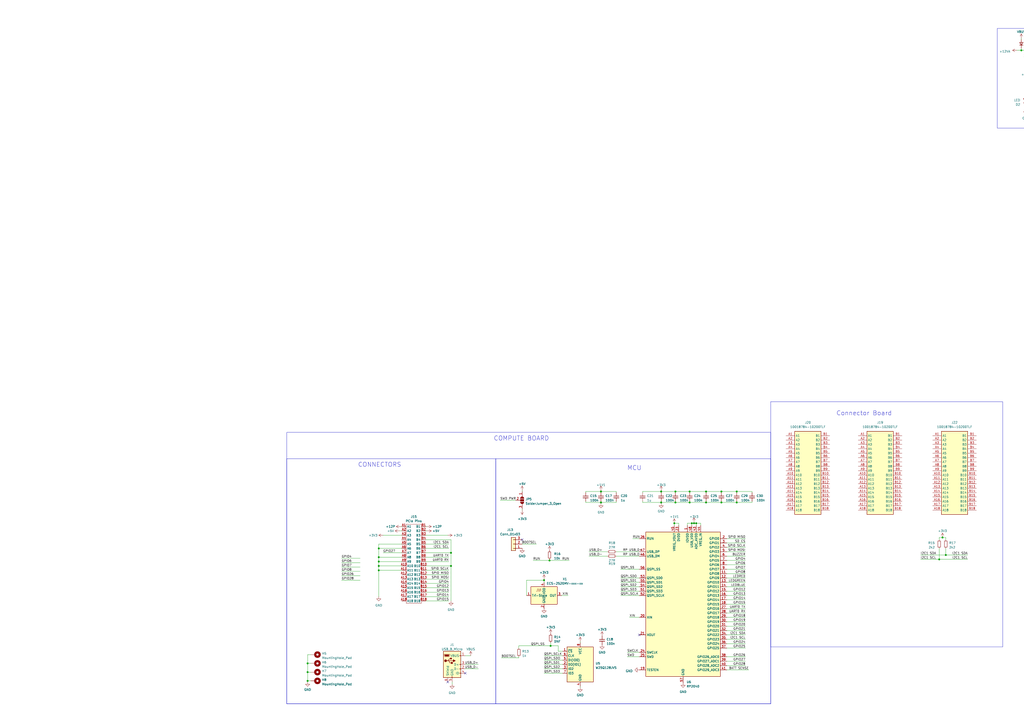
<source format=kicad_sch>
(kicad_sch (version 20230121) (generator eeschema)
  (paper "A2")
  (junction (at 683.26 56.515))
  (junction (at 546.735 311.785))
  (junction (at 810.26 33.655))
  (junction (at 742.315 145.415))
  (junction (at 703.58 27.305))
  (junction (at 409.575 285.115))
  (junction (at 799.465 42.545))
  (junction (at 784.86 353.06))
  (junction (at 318.77 325.12))
  (junction (at 742.315 124.46))
  (junction (at 178.435 384.81))
  (junction (at 595.63 29.21))
  (junction (at 742.95 93.98))
  (junction (at 400.05 291.465))
  (junction (at 941.705 34.29))
  (junction (at 882.65 177.165))
  (junction (at 391.16 303.53))
  (junction (at 756.285 100.33))
  (junction (at 427.355 285.115))
  (junction (at 391.795 285.115))
  (junction (at 219.71 318.135))
  (junction (at 219.71 330.835))
  (junction (at 261.62 328.295))
  (junction (at 873.76 44.45))
  (junction (at 617.22 368.3))
  (junction (at 391.795 291.465))
  (junction (at 617.22 373.38))
  (junction (at 219.71 328.295))
  (junction (at 683.26 62.23))
  (junction (at 636.27 29.21))
  (junction (at 418.465 291.465))
  (junction (at 671.83 27.305))
  (junction (at 810.26 27.305))
  (junction (at 943.61 42.545))
  (junction (at 592.455 29.21))
  (junction (at 348.615 285.115))
  (junction (at 673.1 56.515))
  (junction (at 742.95 114.935))
  (junction (at 427.355 291.465))
  (junction (at 400.05 285.115))
  (junction (at 401.32 303.53))
  (junction (at 882.65 167.005))
  (junction (at 315.595 336.55))
  (junction (at 944.245 73.025))
  (junction (at 874.395 31.115))
  (junction (at 728.98 136.525))
  (junction (at 402.59 303.53))
  (junction (at 418.465 285.115))
  (junction (at 874.395 25.4))
  (junction (at 261.62 320.675))
  (junction (at 614.045 37.465))
  (junction (at 409.575 291.465))
  (junction (at 403.86 303.53))
  (junction (at 777.875 95.885))
  (junction (at 219.71 323.215))
  (junction (at 941.705 28.575))
  (junction (at 219.71 325.755))
  (junction (at 319.405 374.65))
  (junction (at 875.03 67.31))
  (junction (at 692.15 56.515))
  (junction (at 627.38 37.465))
  (junction (at 875.03 64.77))
  (junction (at 882.65 172.085))
  (junction (at 544.83 324.485))
  (junction (at 383.54 285.115))
  (junction (at 641.985 56.515))
  (junction (at 690.245 35.56))
  (junction (at 178.435 394.97))
  (junction (at 178.435 389.89))
  (junction (at 729.615 106.045))
  (junction (at 548.64 321.945))
  (junction (at 627.38 29.21))
  (junction (at 943.61 51.435))
  (junction (at 348.615 291.465))
  (junction (at 755.65 130.175))
  (junction (at 383.54 291.465))
  (junction (at 617.22 363.22))
  (no_connect (at 370.84 368.3))
  (no_connect (at 907.415 55.245))
  (no_connect (at 889 93.98))
  (no_connect (at 889 104.14))
  (no_connect (at 889 96.52))
  (no_connect (at 889 99.06))
  (no_connect (at 746.125 50.8))
  (no_connect (at 907.415 67.945))
  (no_connect (at 269.875 390.525))
  (no_connect (at 746.125 35.56))
  (no_connect (at 889 101.6))
  (no_connect (at 259.715 395.605))
  (no_connect (at 302.895 313.055))
  (no_connect (at 855.98 91.44))
  (wire (pts (xy 951.865 33.655) (xy 951.865 34.29)))
  (wire (pts (xy 874.395 24.13) (xy 874.395 25.4)))
  (wire (pts (xy 421.64 360.68) (xy 432.435 360.68)))
  (wire (pts (xy 391.795 285.115) (xy 391.795 285.75)))
  (wire (pts (xy 801.37 27.305) (xy 810.26 27.305)))
  (wire (pts (xy 832.485 60.96) (xy 832.485 59.69)))
  (wire (pts (xy 668.02 353.695) (xy 668.655 353.695)))
  (wire (pts (xy 824.23 319.405) (xy 824.23 320.04)))
  (wire (pts (xy 534.035 321.945) (xy 548.64 321.945)))
  (wire (pts (xy 781.685 154.305) (xy 782.955 154.305)))
  (wire (pts (xy 391.795 291.465) (xy 391.795 290.83)))
  (wire (pts (xy 247.015 328.295) (xy 261.62 328.295)))
  (wire (pts (xy 692.15 62.23) (xy 683.26 62.23)))
  (wire (pts (xy 269.875 385.445) (xy 277.495 385.445)))
  (wire (pts (xy 904.875 47.625) (xy 907.415 47.625)))
  (wire (pts (xy 594.995 62.23) (xy 594.995 63.5)))
  (wire (pts (xy 178.435 384.81) (xy 178.435 379.73)))
  (wire (pts (xy 751.84 319.405) (xy 762 319.405)))
  (wire (pts (xy 875.03 67.31) (xy 875.03 64.77)))
  (wire (pts (xy 755.65 129.54) (xy 755.65 130.175)))
  (wire (pts (xy 606.425 29.21) (xy 595.63 29.21)))
  (wire (pts (xy 219.71 315.595) (xy 219.71 318.135)))
  (wire (pts (xy 383.54 285.115) (xy 391.795 285.115)))
  (wire (pts (xy 247.015 323.215) (xy 260.35 323.215)))
  (wire (pts (xy 671.83 33.02) (xy 671.83 35.56)))
  (wire (pts (xy 942.975 73.025) (xy 944.245 73.025)))
  (wire (pts (xy 315.595 336.55) (xy 315.595 337.82)))
  (wire (pts (xy 208.915 326.39) (xy 198.12 326.39)))
  (wire (pts (xy 941.705 28.575) (xy 951.865 28.575)))
  (wire (pts (xy 873.76 54.61) (xy 882.015 54.61)))
  (wire (pts (xy 751.84 316.865) (xy 759.46 316.865)))
  (wire (pts (xy 348.615 285.115) (xy 357.505 285.115)))
  (wire (pts (xy 421.64 320.04) (xy 432.435 320.04)))
  (wire (pts (xy 875.03 44.45) (xy 873.76 44.45)))
  (wire (pts (xy 636.27 29.845) (xy 636.27 29.21)))
  (wire (pts (xy 247.015 340.995) (xy 260.35 340.995)))
  (wire (pts (xy 372.745 285.115) (xy 372.745 285.75)))
  (wire (pts (xy 690.245 36.195) (xy 690.245 35.56)))
  (wire (pts (xy 421.64 355.6) (xy 432.435 355.6)))
  (wire (pts (xy 782.955 50.8) (xy 785.495 50.8)))
  (wire (pts (xy 247.015 313.055) (xy 261.62 313.055)))
  (wire (pts (xy 315.595 390.525) (xy 326.39 390.525)))
  (wire (pts (xy 831.85 48.895) (xy 831.85 49.53)))
  (wire (pts (xy 683.26 62.23) (xy 673.1 62.23)))
  (wire (pts (xy 617.22 363.22) (xy 617.22 358.14)))
  (wire (pts (xy 942.975 42.545) (xy 943.61 42.545)))
  (wire (pts (xy 698.5 301.625) (xy 709.295 301.625)))
  (wire (pts (xy 421.64 330.2) (xy 432.435 330.2)))
  (wire (pts (xy 391.16 303.53) (xy 393.7 303.53)))
  (wire (pts (xy 400.05 285.115) (xy 409.575 285.115)))
  (wire (pts (xy 676.275 301.625) (xy 685.8 301.625)))
  (wire (pts (xy 421.64 314.96) (xy 432.435 314.96)))
  (wire (pts (xy 617.22 368.3) (xy 619.125 368.3)))
  (wire (pts (xy 370.84 358.14) (xy 365.125 358.14)))
  (wire (pts (xy 811.53 271.145) (xy 820.42 271.145)))
  (wire (pts (xy 219.71 328.295) (xy 233.045 328.295)))
  (wire (pts (xy 261.62 348.615) (xy 261.62 328.295)))
  (wire (pts (xy 305.435 336.55) (xy 315.595 336.55)))
  (wire (pts (xy 777.875 95.885) (xy 795.02 95.885)))
  (wire (pts (xy 849.63 93.98) (xy 855.98 93.98)))
  (wire (pts (xy 641.985 50.8) (xy 641.985 56.515)))
  (wire (pts (xy 696.595 56.515) (xy 692.15 56.515)))
  (wire (pts (xy 290.195 290.195) (xy 299.085 290.195)))
  (wire (pts (xy 652.145 56.515) (xy 661.035 56.515)))
  (wire (pts (xy 873.76 64.77) (xy 875.03 64.77)))
  (wire (pts (xy 742.95 93.98) (xy 742.95 100.965)))
  (wire (pts (xy 383.54 291.465) (xy 372.745 291.465)))
  (wire (pts (xy 323.85 377.825) (xy 326.39 377.825)))
  (wire (pts (xy 941.705 33.655) (xy 941.705 34.29)))
  (wire (pts (xy 400.05 291.465) (xy 409.575 291.465)))
  (wire (pts (xy 421.64 381) (xy 432.435 381)))
  (wire (pts (xy 810.895 53.34) (xy 820.42 53.34)))
  (wire (pts (xy 219.71 330.835) (xy 219.71 328.295)))
  (wire (pts (xy 942.975 60.325) (xy 953.77 60.325)))
  (wire (pts (xy 391.16 303.53) (xy 391.16 304.8)))
  (wire (pts (xy 703.58 27.305) (xy 710.565 27.305)))
  (wire (pts (xy 383.54 291.465) (xy 391.795 291.465)))
  (wire (pts (xy 418.465 291.465) (xy 418.465 290.83)))
  (wire (pts (xy 873.76 67.31) (xy 875.03 67.31)))
  (wire (pts (xy 269.875 380.365) (xy 273.05 380.365)))
  (wire (pts (xy 436.245 291.465) (xy 436.245 290.83)))
  (wire (pts (xy 810.26 33.02) (xy 810.26 33.655)))
  (wire (pts (xy 421.64 337.82) (xy 432.435 337.82)))
  (wire (pts (xy 779.78 299.72) (xy 779.78 298.45)))
  (wire (pts (xy 233.045 315.595) (xy 219.71 315.595)))
  (wire (pts (xy 942.975 62.865) (xy 953.77 62.865)))
  (wire (pts (xy 901.7 51.435) (xy 901.7 52.705)))
  (wire (pts (xy 360.045 345.44) (xy 370.84 345.44)))
  (wire (pts (xy 901.7 52.705) (xy 907.415 52.705)))
  (wire (pts (xy 832.485 59.69) (xy 833.12 59.69)))
  (wire (pts (xy 348.615 285.115) (xy 348.615 285.75)))
  (wire (pts (xy 874.395 25.4) (xy 884.555 25.4)))
  (wire (pts (xy 791.21 321.945) (xy 790.575 321.945)))
  (wire (pts (xy 247.015 335.915) (xy 260.35 335.915)))
  (wire (pts (xy 302.895 295.91) (xy 302.895 295.275)))
  (wire (pts (xy 636.27 37.465) (xy 627.38 37.465)))
  (wire (pts (xy 421.64 347.98) (xy 432.435 347.98)))
  (wire (pts (xy 360.045 340.36) (xy 370.84 340.36)))
  (wire (pts (xy 421.64 370.84) (xy 432.435 370.84)))
  (wire (pts (xy 383.54 291.465) (xy 383.54 290.83)))
  (wire (pts (xy 776.605 55.88) (xy 785.495 55.88)))
  (wire (pts (xy 318.77 324.485) (xy 318.77 325.12)))
  (wire (pts (xy 401.32 303.53) (xy 402.59 303.53)))
  (wire (pts (xy 219.71 325.755) (xy 219.71 328.295)))
  (wire (pts (xy 247.015 333.375) (xy 260.35 333.375)))
  (wire (pts (xy 700.405 348.615) (xy 695.96 348.615)))
  (wire (pts (xy 259.715 310.515) (xy 247.015 310.515)))
  (wire (pts (xy 222.25 310.515) (xy 233.045 310.515)))
  (wire (pts (xy 178.435 379.73) (xy 180.34 379.73)))
  (wire (pts (xy 810.895 50.8) (xy 820.42 50.8)))
  (wire (pts (xy 742.95 111.125) (xy 742.95 114.935)))
  (wire (pts (xy 692.15 56.515) (xy 683.26 56.515)))
  (wire (pts (xy 436.245 285.115) (xy 436.245 285.75)))
  (wire (pts (xy 801.37 27.305) (xy 801.37 27.94)))
  (wire (pts (xy 589.915 29.21) (xy 592.455 29.21)))
  (wire (pts (xy 943.61 51.435) (xy 943.61 52.705)))
  (wire (pts (xy 698.5 304.165) (xy 709.295 304.165)))
  (wire (pts (xy 309.245 325.12) (xy 318.77 325.12)))
  (wire (pts (xy 208.915 323.85) (xy 198.12 323.85)))
  (wire (pts (xy 812.165 58.42) (xy 812.165 59.69)))
  (wire (pts (xy 729.615 114.935) (xy 729.615 113.03)))
  (wire (pts (xy 261.62 313.055) (xy 261.62 320.675)))
  (wire (pts (xy 336.55 398.78) (xy 336.55 398.145)))
  (wire (pts (xy 622.3 56.515) (xy 628.65 56.515)))
  (wire (pts (xy 739.14 283.845) (xy 745.49 283.845)))
  (wire (pts (xy 942.975 50.165) (xy 943.61 50.165)))
  (wire (pts (xy 406.4 303.53) (xy 406.4 304.8)))
  (wire (pts (xy 617.22 363.22) (xy 619.125 363.22)))
  (wire (pts (xy 698.5 299.085) (xy 709.295 299.085)))
  (wire (pts (xy 393.7 303.53) (xy 393.7 304.8)))
  (wire (pts (xy 544.83 324.485) (xy 561.34 324.485)))
  (wire (pts (xy 421.64 345.44) (xy 432.435 345.44)))
  (wire (pts (xy 178.435 394.97) (xy 178.435 389.89)))
  (wire (pts (xy 777.875 88.9) (xy 777.875 89.535)))
  (wire (pts (xy 777.875 94.615) (xy 777.875 95.885)))
  (wire (pts (xy 247.015 315.595) (xy 260.35 315.595)))
  (wire (pts (xy 728.98 136.525) (xy 734.695 136.525)))
  (wire (pts (xy 723.265 106.045) (xy 729.615 106.045)))
  (wire (pts (xy 208.915 336.55) (xy 198.12 336.55)))
  (wire (pts (xy 614.045 38.1) (xy 614.045 37.465)))
  (wire (pts (xy 746.125 45.72) (xy 747.395 45.72)))
  (wire (pts (xy 874.395 30.48) (xy 874.395 31.115)))
  (wire (pts (xy 685.165 304.165) (xy 685.8 304.165)))
  (wire (pts (xy 776.605 53.34) (xy 785.495 53.34)))
  (wire (pts (xy 262.255 395.605) (xy 262.255 396.875)))
  (wire (pts (xy 627.38 37.465) (xy 627.38 34.925)))
  (wire (pts (xy 318.77 325.12) (xy 330.2 325.12)))
  (wire (pts (xy 427.355 291.465) (xy 436.245 291.465)))
  (wire (pts (xy 799.465 42.545) (xy 798.195 42.545)))
  (wire (pts (xy 421.64 365.76) (xy 432.435 365.76)))
  (wire (pts (xy 329.565 345.44) (xy 325.755 345.44)))
  (wire (pts (xy 874.395 31.115) (xy 884.555 31.115)))
  (wire (pts (xy 595.63 37.465) (xy 614.045 37.465)))
  (wire (pts (xy 403.86 303.53) (xy 406.4 303.53)))
  (wire (pts (xy 409.575 291.465) (xy 409.575 290.83)))
  (wire (pts (xy 421.64 325.12) (xy 432.435 325.12)))
  (wire (pts (xy 882.65 172.085) (xy 884.555 172.085)))
  (wire (pts (xy 845.82 101.6) (xy 855.98 101.6)))
  (wire (pts (xy 752.475 321.945) (xy 751.84 321.945)))
  (wire (pts (xy 942.975 52.705) (xy 943.61 52.705)))
  (wire (pts (xy 742.95 93.98) (xy 756.285 93.98)))
  (wire (pts (xy 219.71 323.215) (xy 219.71 325.755)))
  (wire (pts (xy 363.855 378.46) (xy 370.84 378.46)))
  (wire (pts (xy 782.955 49.53) (xy 782.955 50.8)))
  (wire (pts (xy 418.465 285.115) (xy 418.465 285.75)))
  (wire (pts (xy 421.64 332.74) (xy 432.435 332.74)))
  (wire (pts (xy 391.795 291.465) (xy 400.05 291.465)))
  (wire (pts (xy 739.775 93.98) (xy 742.95 93.98)))
  (wire (pts (xy 942.975 65.405) (xy 953.77 65.405)))
  (wire (pts (xy 402.59 303.53) (xy 403.86 303.53)))
  (wire (pts (xy 323.85 374.65) (xy 323.85 377.825)))
  (wire (pts (xy 290.83 381.635) (xy 300.99 381.635)))
  (wire (pts (xy 768.985 316.865) (xy 777.875 316.865)))
  (wire (pts (xy 315.595 385.445) (xy 326.39 385.445)))
  (wire (pts (xy 357.505 291.465) (xy 357.505 290.83)))
  (wire (pts (xy 548.64 321.945) (xy 561.34 321.945)))
  (wire (pts (xy 775.97 151.765) (xy 782.955 151.765)))
  (wire (pts (xy 339.725 291.465) (xy 339.725 290.83)))
  (wire (pts (xy 421.64 312.42) (xy 432.435 312.42)))
  (wire (pts (xy 742.315 124.46) (xy 755.65 124.46)))
  (wire (pts (xy 401.32 303.53) (xy 401.32 304.8)))
  (wire (pts (xy 409.575 285.115) (xy 409.575 285.75)))
  (wire (pts (xy 790.575 319.405) (xy 801.37 319.405)))
  (wire (pts (xy 697.865 27.305) (xy 703.58 27.305)))
  (wire (pts (xy 770.89 290.83) (xy 780.415 290.83)))
  (wire (pts (xy 247.65 305.435) (xy 247.015 305.435)))
  (wire (pts (xy 594.995 54.61) (xy 594.995 53.34)))
  (wire (pts (xy 798.195 42.545) (xy 798.195 43.18)))
  (wire (pts (xy 409.575 285.115) (xy 418.465 285.115)))
  (wire (pts (xy 621.665 29.21) (xy 627.38 29.21)))
  (wire (pts (xy 219.71 346.075) (xy 219.71 330.835)))
  (wire (pts (xy 824.23 265.43) (xy 824.23 266.065)))
  (wire (pts (xy 357.505 285.115) (xy 357.505 285.75)))
  (wire (pts (xy 247.015 338.455) (xy 260.35 338.455)))
  (wire (pts (xy 800.735 42.545) (xy 800.735 43.18)))
  (wire (pts (xy 683.26 61.595) (xy 683.26 62.23)))
  (wire (pts (xy 884.555 30.48) (xy 884.555 31.115)))
  (wire (pts (xy 835.66 99.06) (xy 855.98 99.06)))
  (wire (pts (xy 319.405 374.65) (xy 323.85 374.65)))
  (wire (pts (xy 722.63 136.525) (xy 728.98 136.525)))
  (wire (pts (xy 357.505 322.58) (xy 370.84 322.58)))
  (wire (pts (xy 673.1 56.515) (xy 666.115 56.515)))
  (wire (pts (xy 219.71 318.135) (xy 233.045 318.135)))
  (wire (pts (xy 178.435 384.81) (xy 180.34 384.81)))
  (wire (pts (xy 208.915 328.93) (xy 198.12 328.93)))
  (wire (pts (xy 820.42 33.02) (xy 820.42 33.655)))
  (wire (pts (xy 363.855 381) (xy 370.84 381)))
  (wire (pts (xy 780.415 275.59) (xy 770.89 275.59)))
  (wire (pts (xy 944.245 70.485) (xy 944.245 73.025)))
  (wire (pts (xy 943.61 50.165) (xy 943.61 51.435)))
  (wire (pts (xy 421.64 317.5) (xy 432.435 317.5)))
  (wire (pts (xy 302.895 284.48) (xy 302.895 285.115)))
  (wire (pts (xy 617.22 368.3) (xy 617.22 363.22)))
  (wire (pts (xy 269.875 387.985) (xy 277.495 387.985)))
  (wire (pts (xy 421.64 368.3) (xy 432.435 368.3)))
  (wire (pts (xy 233.045 320.675) (xy 222.25 320.675)))
  (wire (pts (xy 671.83 27.305) (xy 671.83 27.94)))
  (wire (pts (xy 873.76 44.45) (xy 873.76 46.99)))
  (wire (pts (xy 421.64 342.9) (xy 432.435 342.9)))
  (wire (pts (xy 738.505 321.945) (xy 739.14 321.945)))
  (wire (pts (xy 339.725 285.115) (xy 348.615 285.115)))
  (wire (pts (xy 636.27 34.925) (xy 636.27 37.465)))
  (wire (pts (xy 638.81 56.515) (xy 641.985 56.515)))
  (wire (pts (xy 784.86 353.06) (xy 791.21 353.06)))
  (wire (pts (xy 756.285 106.045) (xy 756.285 106.68)))
  (wire (pts (xy 360.045 330.2) (xy 370.84 330.2)))
  (wire (pts (xy 592.455 27.94) (xy 592.455 29.21)))
  (wire (pts (xy 799.465 42.545) (xy 800.735 42.545)))
  (wire (pts (xy 360.045 335.28) (xy 370.84 335.28)))
  (wire (pts (xy 617.22 373.38) (xy 617.22 368.3)))
  (wire (pts (xy 812.165 297.815) (xy 821.055 297.815)))
  (wire (pts (xy 178.435 389.89) (xy 180.34 389.89)))
  (wire (pts (xy 546.735 311.785) (xy 548.64 311.785)))
  (wire (pts (xy 824.865 54.61) (xy 833.12 54.61)))
  (wire (pts (xy 357.505 320.04) (xy 370.84 320.04)))
  (wire (pts (xy 801.37 33.655) (xy 801.37 33.02)))
  (wire (pts (xy 777.24 321.945) (xy 777.875 321.945)))
  (wire (pts (xy 696.595 351.155) (xy 700.405 351.155)))
  (wire (pts (xy 774.7 132.08) (xy 784.225 132.08)))
  (wire (pts (xy 315.595 387.985) (xy 326.39 387.985)))
  (wire (pts (xy 682.625 27.305) (xy 671.83 27.305)))
  (wire (pts (xy 824.865 292.1) (xy 824.865 292.735)))
  (wire (pts (xy 774.7 137.16) (xy 784.225 137.16)))
  (wire (pts (xy 795.02 347.345) (xy 795.02 347.98)))
  (wire (pts (xy 398.78 303.53) (xy 401.32 303.53)))
  (wire (pts (xy 641.985 56.515) (xy 647.065 56.515)))
  (wire (pts (xy 728.98 138.43) (xy 728.98 136.525)))
  (wire (pts (xy 782.955 59.69) (xy 782.955 58.42)))
  (wire (pts (xy 942.975 57.785) (xy 953.77 57.785)))
  (wire (pts (xy 794.385 132.08) (xy 796.29 132.08)))
  (wire (pts (xy 795.02 358.775) (xy 795.02 358.14)))
  (wire (pts (xy 247.015 330.835) (xy 260.35 330.835)))
  (wire (pts (xy 178.435 389.89) (xy 178.435 384.81)))
  (wire (pts (xy 348.615 284.48) (xy 348.615 285.115)))
  (wire (pts (xy 383.54 291.465) (xy 383.54 292.1)))
  (wire (pts (xy 728.98 145.415) (xy 728.98 143.51)))
  (wire (pts (xy 810.895 58.42) (xy 812.165 58.42)))
  (wire (pts (xy 247.015 348.615) (xy 260.35 348.615)))
  (wire (pts (xy 544.83 311.785) (xy 546.735 311.785)))
  (wire (pts (xy 780.415 273.05) (xy 770.89 273.05)))
  (wire (pts (xy 811.53 325.12) (xy 820.42 325.12)))
  (wire (pts (xy 421.64 386.08) (xy 432.435 386.08)))
  (wire (pts (xy 810.26 33.655) (xy 820.42 33.655)))
  (wire (pts (xy 383.54 284.48) (xy 383.54 285.115)))
  (wire (pts (xy 801.37 132.08) (xy 803.275 132.08)))
  (wire (pts (xy 692.15 61.595) (xy 692.15 62.23)))
  (wire (pts (xy 700.405 358.775) (xy 690.245 358.775)))
  (wire (pts (xy 742.95 114.935) (xy 729.615 114.935)))
  (wire (pts (xy 742.315 124.46) (xy 742.315 131.445)))
  (wire (pts (xy 770.89 295.91) (xy 780.415 295.91)))
  (wire (pts (xy 941.705 34.29) (xy 951.865 34.29)))
  (wire (pts (xy 421.64 383.54) (xy 432.435 383.54)))
  (wire (pts (xy 727.71 319.405) (xy 739.14 319.405)))
  (wire (pts (xy 421.64 353.06) (xy 432.435 353.06)))
  (wire (pts (xy 339.725 285.115) (xy 339.725 285.75)))
  (wire (pts (xy 824.23 330.835) (xy 824.23 330.2)))
  (wire (pts (xy 820.42 27.305) (xy 820.42 27.94)))
  (wire (pts (xy 305.435 345.44) (xy 305.435 336.55)))
  (wire (pts (xy 367.03 312.42) (xy 370.84 312.42)))
  (wire (pts (xy 594.995 46.99) (xy 594.995 48.26)))
  (wire (pts (xy 777.875 101.6) (xy 777.875 102.235)))
  (wire (pts (xy 360.045 337.82) (xy 370.84 337.82)))
  (wire (pts (xy 319.405 372.745) (xy 319.405 374.65)))
  (wire (pts (xy 300.99 374.65) (xy 300.99 375.92)))
  (wire (pts (xy 690.245 35.56) (xy 703.58 35.56)))
  (wire (pts (xy 875.03 43.815) (xy 875.03 44.45)))
  (wire (pts (xy 717.55 286.385) (xy 726.44 286.385)))
  (wire (pts (xy 418.465 285.115) (xy 427.355 285.115)))
  (wire (pts (xy 739.14 286.385) (xy 749.3 286.385)))
  (wire (pts (xy 398.78 304.8) (xy 398.78 303.53)))
  (wire (pts (xy 882.65 177.165) (xy 884.555 177.165)))
  (wire (pts (xy 421.64 340.36) (xy 432.435 340.36)))
  (wire (pts (xy 208.915 331.47) (xy 198.12 331.47)))
  (wire (pts (xy 341.63 320.04) (xy 352.425 320.04)))
  (wire (pts (xy 730.25 124.46) (xy 734.06 124.46)))
  (wire (pts (xy 875.03 64.77) (xy 875.03 62.23)))
  (wire (pts (xy 592.455 22.86) (xy 592.455 22.225)))
  (wire (pts (xy 779.78 298.45) (xy 780.415 298.45)))
  (wire (pts (xy 544.83 311.785) (xy 544.83 313.055)))
  (wire (pts (xy 756.285 100.33) (xy 756.285 100.965)))
  (wire (pts (xy 614.045 37.465) (xy 627.38 37.465)))
  (wire (pts (xy 427.355 285.115) (xy 427.355 285.75)))
  (wire (pts (xy 766.445 319.405) (xy 777.875 319.405)))
  (wire (pts (xy 302.895 315.595) (xy 311.15 315.595)))
  (wire (pts (xy 882.65 177.165) (xy 882.65 172.085)))
  (wire (pts (xy 735.33 38.1) (xy 735.965 38.1)))
  (wire (pts (xy 668.655 348.615) (xy 668.02 348.615)))
  (wire (pts (xy 336.55 372.11) (xy 336.55 372.745)))
  (wire (pts (xy 810.26 27.305) (xy 820.42 27.305)))
  (wire (pts (xy 746.76 100.33) (xy 756.285 100.33)))
  (wire (pts (xy 548.64 311.785) (xy 548.64 313.055)))
  (wire (pts (xy 889 91.44) (xy 898.525 91.44)))
  (wire (pts (xy 746.125 40.64) (xy 747.395 40.64)))
  (wire (pts (xy 627.38 29.21) (xy 636.27 29.21)))
  (wire (pts (xy 721.36 288.925) (xy 726.44 288.925)))
  (wire (pts (xy 831.85 49.53) (xy 833.12 49.53)))
  (wire (pts (xy 232.41 305.435) (xy 233.045 305.435)))
  (wire (pts (xy 339.725 291.465) (xy 348.615 291.465)))
  (wire (pts (xy 782.955 58.42) (xy 785.495 58.42)))
  (wire (pts (xy 219.71 318.135) (xy 219.71 323.215)))
  (wire (pts (xy 400.05 291.465) (xy 400.05 290.83)))
  (wire (pts (xy 779.78 278.13) (xy 780.415 278.13)))
  (wire (pts (xy 770.89 270.51) (xy 780.415 270.51)))
  (wire (pts (xy 627.38 29.21) (xy 627.38 29.845)))
  (wire (pts (xy 247.015 346.075) (xy 260.35 346.075)))
  (wire (pts (xy 703.58 35.56) (xy 703.58 33.02)))
  (wire (pts (xy 178.435 395.605) (xy 178.435 394.97)))
  (wire (pts (xy 300.99 374.65) (xy 319.405 374.65)))
  (wire (pts (xy 941.705 27.305) (xy 941.705 28.575)))
  (wire (pts (xy 700.405 353.695) (xy 690.245 353.695)))
  (wire (pts (xy 846.455 96.52) (xy 855.98 96.52)))
  (wire (pts (xy 798.195 68.58) (xy 798.195 69.215)))
  (wire (pts (xy 824.23 276.86) (xy 824.23 276.225)))
  (wire (pts (xy 427.355 285.115) (xy 436.245 285.115)))
  (wire (pts (xy 673.1 62.23) (xy 673.1 61.595)))
  (wire (pts (xy 592.455 29.21) (xy 595.63 29.21)))
  (wire (pts (xy 882.65 161.925) (xy 884.555 161.925)))
  (wire (pts (xy 774.7 127) (xy 784.225 127)))
  (wire (pts (xy 742.315 145.415) (xy 728.98 145.415)))
  (wire (pts (xy 824.865 57.15) (xy 833.12 57.15)))
  (wire (pts (xy 617.22 373.38) (xy 619.125 373.38)))
  (wire (pts (xy 372.745 285.115) (xy 383.54 285.115)))
  (wire (pts (xy 614.045 36.83) (xy 614.045 37.465)))
  (wire (pts (xy 421.64 388.62) (xy 434.34 388.62)))
  (wire (pts (xy 595.63 34.925) (xy 595.63 37.465)))
  (wire (pts (xy 219.71 323.215) (xy 233.045 323.215)))
  (wire (pts (xy 421.64 358.14) (xy 432.435 358.14)))
  (wire (pts (xy 261.62 328.295) (xy 261.62 320.675)))
  (wire (pts (xy 617.22 358.14) (xy 619.125 358.14)))
  (wire (pts (xy 617.22 374.015) (xy 617.22 373.38)))
  (wire (pts (xy 875.03 62.23) (xy 873.76 62.23)))
  (wire (pts (xy 261.62 320.675) (xy 247.015 320.675)))
  (wire (pts (xy 231.775 307.975) (xy 233.045 307.975)))
  (wire (pts (xy 534.035 324.485) (xy 544.83 324.485)))
  (wire (pts (xy 942.975 70.485) (xy 944.245 70.485)))
  (wire (pts (xy 756.285 99.06) (xy 756.285 100.33)))
  (wire (pts (xy 755.65 136.525) (xy 755.65 137.16)))
  (wire (pts (xy 300.99 381.635) (xy 300.99 381)))
  (wire (pts (xy 409.575 291.465) (xy 418.465 291.465)))
  (wire (pts (xy 810.26 33.655) (xy 801.37 33.655)))
  (wire (pts (xy 729.615 106.045) (xy 735.33 106.045)))
  (wire (pts (xy 716.915 283.845) (xy 726.44 283.845)))
  (wire (pts (xy 943.61 45.085) (xy 943.61 42.545)))
  (wire (pts (xy 810.26 27.305) (xy 810.26 27.94)))
  (wire (pts (xy 421.64 335.28) (xy 432.435 335.28)))
  (wire (pts (xy 666.115 27.305) (xy 671.83 27.305)))
  (wire (pts (xy 247.015 307.975) (xy 247.65 307.975)))
  (wire (pts (xy 400.05 285.115) (xy 400.05 285.75)))
  (wire (pts (xy 315.595 335.915) (xy 315.595 336.55)))
  (wire (pts (xy 739.14 124.46) (xy 742.315 124.46)))
  (wire (pts (xy 348.615 291.465) (xy 357.505 291.465)))
  (wire (pts (xy 219.71 330.835) (xy 233.045 330.835)))
  (wire (pts (xy 548.64 318.135) (xy 548.64 321.945)))
  (wire (pts (xy 777.875 95.885) (xy 777.875 96.52)))
  (wire (pts (xy 770.89 293.37) (xy 780.415 293.37)))
  (wire (pts (xy 595.63 29.21) (xy 595.63 29.845)))
  (wire (pts (xy 315.595 380.365) (xy 326.39 380.365)))
  (wire (pts (xy 735.33 48.26) (xy 735.965 48.26)))
  (wire (pts (xy 219.71 325.755) (xy 233.045 325.755)))
  (wire (pts (xy 208.915 334.01) (xy 198.12 334.01)))
  (wire (pts (xy 882.65 177.8) (xy 882.65 177.165)))
  (wire (pts (xy 703.58 27.305) (xy 703.58 27.94)))
  (wire (pts (xy 668.02 356.235) (xy 668.655 356.235)))
  (wire (pts (xy 418.465 291.465) (xy 427.355 291.465)))
  (wire (pts (xy 671.83 35.56) (xy 690.245 35.56)))
  (wire (pts (xy 730.885 93.98) (xy 734.695 93.98)))
  (wire (pts (xy 668.02 351.155) (xy 668.655 351.155)))
  (wire (pts (xy 812.165 64.77) (xy 812.165 65.405)))
  (wire (pts (xy 824.865 303.53) (xy 824.865 302.895)))
  (wire (pts (xy 882.65 172.085) (xy 882.65 167.005)))
  (wire (pts (xy 421.64 350.52) (xy 432.435 350.52)))
  (wire (pts (xy 341.63 322.58) (xy 352.425 322.58)))
  (wire (pts (xy 178.435 394.97) (xy 180.34 394.97)))
  (wire (pts (xy 421.64 375.92) (xy 432.435 375.92)))
  (wire (pts (xy 372.745 291.465) (xy 372.745 290.83)))
  (wire (pts (xy 700.405 346.075) (xy 690.245 346.075)))
  (wire (pts (xy 348.615 291.465) (xy 348.615 290.83)))
  (wire (pts (xy 421.64 322.58) (xy 432.435 322.58)))
  (wire (pts (xy 668.655 358.775) (xy 668.02 358.775)))
  (wire (pts (xy 899.16 62.865) (xy 907.415 62.865)))
  (wire (pts (xy 899.16 60.325) (xy 907.415 60.325)))
  (wire (pts (xy 247.015 343.535) (xy 260.35 343.535)))
  (wire (pts (xy 676.275 299.085) (xy 685.8 299.085)))
  (wire (pts (xy 746.125 130.175) (xy 755.65 130.175)))
  (wire (pts (xy 348.615 291.465) (xy 348.615 292.1)))
  (wire (pts (xy 742.315 141.605) (xy 742.315 145.415)))
  (wire (pts (xy 247.015 318.135) (xy 260.35 318.135)))
  (wire (pts (xy 790.575 316.865) (xy 801.37 316.865)))
  (wire (pts (xy 696.595 356.235) (xy 700.405 356.235)))
  (wire (pts (xy 421.64 373.38) (xy 432.435 373.38)))
  (wire (pts (xy 683.26 56.515) (xy 673.1 56.515)))
  (wire (pts (xy 402.59 302.895) (xy 402.59 303.53)))
  (wire (pts (xy 904.875 47.625) (xy 904.875 46.99)))
  (wire (pts (xy 247.015 325.755) (xy 260.35 325.755)))
  (wire (pts (xy 315.595 382.905) (xy 326.39 382.905)))
  (wire (pts (xy 544.83 318.135) (xy 544.83 324.485)))
  (wire (pts (xy 810.26 26.67) (xy 810.26 27.305)))
  (wire (pts (xy 360.045 342.9) (xy 370.84 342.9)))
  (wire (pts (xy 403.86 303.53) (xy 403.86 304.8)))
  (wire (pts (xy 642.62 29.21) (xy 636.27 29.21)))
  (wire (pts (xy 729.615 107.95) (xy 729.615 106.045)))
  (wire (pts (xy 882.65 167.005) (xy 884.555 167.005)))
  (wire (pts (xy 383.54 285.115) (xy 383.54 285.75)))
  (wire (pts (xy 755.65 130.175) (xy 755.65 131.445)))
  (wire (pts (xy 739.14 288.925) (xy 745.49 288.925)))
  (wire (pts (xy 427.355 291.465) (xy 427.355 290.83)))
  (wire (pts (xy 731.52 316.865) (xy 739.14 316.865)))
  (wire (pts (xy 421.64 327.66) (xy 432.435 327.66)))
  (wire (pts (xy 779.78 279.4) (xy 779.78 278.13)))
  (wire (pts (xy 942.975 45.085) (xy 943.61 45.085)))
  (wire (pts (xy 391.795 285.115) (xy 400.05 285.115)))
  (wire (pts (xy 690.245 34.925) (xy 690.245 35.56)))
  (wire (pts (xy 421.64 363.22) (xy 432.435 363.22)))
  (wire (pts (xy 781.685 154.94) (xy 781.685 154.305)))
  (wire (pts (xy 882.65 167.005) (xy 882.65 161.925)))
  (wire (pts (xy 771.525 353.06) (xy 784.86 353.06)))
  (wire (pts (xy 668.02 346.075) (xy 678.815 346.075)))
  (rectangle (start 692.785 74.295) (end 770.255 165.1))
  (rectangle (start 578.485 16.51) (end 770.255 74.295))
  (rectangle (start 770.255 16.51) (end 974.09 114.935))
  (rectangle (start 770.255 114.935) (end 814.705 165.1))
  (rectangle (start 603.885 255.905) (end 839.47 380.365))
  (rectangle (start 166.37 266.065) (end 287.655 408.305))
  (rectangle (start 447.04 233.045) (end 581.66 375.285))
  (rectangle (start 287.655 266.065) (end 447.04 408.305))
  (rectangle (start 166.37 250.825) (end 447.04 408.305))
  (text "I/O\n\n" (at 715.01 263.525 0) (effects (font (size 2.54 2.54)) (justify left bottom)))
  (text "CONNECTORS" (at 207.645 271.145 0) (effects (font (size 2.54 2.54)) (justify left bottom)))
  (text "PYRO" (at 721.995 78.74 0) (effects (font (size 2.54 2.54)) (justify left bottom)))
  (text "INDICATION" (at 780.415 118.745 0) (effects (font (size 2.54 2.54)) (justify left bottom)))
  (text "COMPUTE BOARD" (at 286.385 255.905 0) (effects (font (size 2.54 2.54)) (justify left bottom)))
  (text "Connector Board\n" (at 485.14 241.3 0) (effects (font (size 2.54 2.54)) (justify left bottom)))
  (text "POWER\n" (at 643.89 22.225 0) (effects (font (size 2.54 2.54)) (justify left bottom)))
  (text "SENSORS\n" (at 841.375 21.59 0) (effects (font (size 2.54 2.54)) (justify left bottom)))
  (text "MCU" (at 363.855 273.05 0) (effects (font (size 2.54 2.54)) (justify left bottom)))
  (label "RUN" (at 330.2 325.12 180))
  (label "GPIO26" (at 432.435 381 180))
  (label "GPIO19" (at 432.435 360.68 180))
  (label "SD CS" (at 849.63 93.98 0))
  (label "P1-" (at 730.885 93.98 0))
  (label "I2C1 SCL" (at 260.35 318.135 180))
  (label "I2C1 SCL" (at 899.16 60.325 0))
  (label "XIN" (at 329.565 345.44 180))
  (label "RP USB_D+" (at 361.315 320.04 0))
  (label "I2C1 SCL" (at 432.435 370.84 180))
  (label "BUZZER" (at 775.97 151.765 0))
  (label "GPIO15" (at 260.35 348.615 180))
  (label "I2C1 SDA" (at 432.435 368.3 180))
  (label "QSPI_SS" (at 360.045 330.2 0))
  (label "I2C1 SDA" (at 260.35 315.595 180))
  (label "I2C PWR" (at 811.53 271.145 0))
  (label "P1 CONT" (at 746.125 130.175 0))
  (label "P2 CONT" (at 746.76 100.33 0))
  (label "GPIO20" (at 432.435 363.22 180))
  (label "I2C1 SCL" (at 776.605 53.34 0))
  (label "P1-" (at 696.595 356.235 0))
  (label "SERVO PWR" (at 801.37 319.405 180))
  (label "GPIO13" (at 432.435 345.44 180))
  (label "LEDRED" (at 774.7 127 0))
  (label "USB_D-" (at 277.495 387.985 180))
  (label "LEDGREEN" (at 774.7 132.08 0))
  (label "SPI0 MISO" (at 432.435 312.42 180))
  (label "GPIO4" (at 198.12 323.85 0))
  (label "P2-" (at 696.595 351.155 0))
  (label "UART0 RX" (at 260.35 325.755 180))
  (label "QSPI_SS" (at 307.975 374.65 0))
  (label "XIN" (at 365.125 358.14 0))
  (label "GPIO27" (at 432.435 383.54 180))
  (label "SPI0 MOSI" (at 676.275 301.625 0))
  (label "QSPI_SD3" (at 315.595 390.525 0))
  (label "SPI0 MOSI" (at 260.35 335.915 180))
  (label "USB_D+" (at 277.495 385.445 180))
  (label "SD CS" (at 432.435 314.96 180))
  (label "QSPI_SCLK" (at 315.595 380.365 0))
  (label "I2C1 SCL" (at 534.035 324.485 0))
  (label "GPIO26" (at 678.815 346.075 180))
  (label "I2C1 SCL" (at 824.865 54.61 0))
  (label "SWD PWR" (at 290.195 290.195 0))
  (label "GPIO8" (at 198.12 331.47 0))
  (label "UART0 RX" (at 432.435 355.6 180))
  (label "GPIO24" (at 432.435 373.38 180))
  (label "SERVO2" (at 801.37 316.865 180))
  (label "SPI0 MISO" (at 898.525 91.44 180))
  (label "SERVO PWR" (at 771.525 353.06 0))
  (label "UART PWR" (at 770.89 290.83 0))
  (label "PYRO PWR" (at 690.245 346.075 0))
  (label "GPIO7" (at 432.435 330.2 180))
  (label "SWD PWR" (at 716.915 283.845 0))
  (label "GPIO27" (at 222.25 320.675 0))
  (label "UART0 TX" (at 770.89 293.37 0))
  (label "I2C1 SDA" (at 561.34 321.945 180))
  (label "LEDBLUE" (at 432.435 340.36 180))
  (label "QSPI_SD1" (at 360.045 337.82 0))
  (label "GPIO7" (at 198.12 328.93 0))
  (label "MAG INT" (at 820.42 53.34 180))
  (label "SPI0 MOSI" (at 846.455 96.52 0))
  (label "BRKOUT CS" (at 709.295 304.165 180))
  (label "GPIO26" (at 198.12 334.01 0))
  (label "SERVO4" (at 759.46 316.865 180))
  (label "SPI0 SCLK" (at 709.295 299.085 180))
  (label "LEDRED" (at 432.435 335.28 180))
  (label "GPIO28" (at 198.12 336.55 0))
  (label "GPIO12" (at 260.35 340.995 180))
  (label "GPIO15" (at 432.435 350.52 180))
  (label "QSPI_SD2" (at 360.045 340.36 0))
  (label "GPIO4" (at 432.435 325.12 180))
  (label "LEDBLUE" (at 774.7 137.16 0))
  (label "GPIO6" (at 198.12 326.39 0))
  (label "BATT SENSE" (at 434.34 388.62 180))
  (label "USB_D+" (at 341.63 320.04 0))
  (label "GPIO4" (at 260.35 338.455 180))
  (label "I2C1 SDA" (at 770.89 275.59 0))
  (label "SPI0 MOSI" (at 432.435 320.04 180))
  (label "SPI PWR" (at 811.53 325.12 0))
  (label "P1 EN" (at 723.265 106.045 0))
  (label "GPIO14" (at 432.435 347.98 180))
  (label "I2C1 SDA" (at 899.16 62.865 0))
  (label "SERVO PWR" (at 727.71 319.405 0))
  (label "GPIO18" (at 432.435 358.14 180))
  (label "I2C1 SDA" (at 534.035 321.945 0))
  (label "SPI0 SCLK" (at 845.82 101.6 0))
  (label "UART0 TX" (at 260.35 323.215 180))
  (label "PYRO PWR" (at 690.245 358.775 0))
  (label "GPIO8" (at 432.435 332.74 180))
  (label "QSPI_SDO" (at 315.595 382.905 0))
  (label "GPIO21" (at 432.435 365.76 180))
  (label "SPI0 SCLK" (at 260.35 330.835 180))
  (label "GPIO14" (at 260.35 346.075 180))
  (label "BATT SENSE" (at 795.02 95.885 180))
  (label "GPIO13" (at 260.35 343.535 180))
  (label "UART PWR" (at 812.165 297.815 0))
  (label "BUZZER" (at 432.435 322.58 180))
  (label "BOOTSEL" (at 290.83 381.635 0))
  (label "SPI PWR" (at 676.275 299.085 0))
  (label "QSPI_SDO" (at 360.045 335.28 0))
  (label "QSPI_SCLK" (at 360.045 345.44 0))
  (label "RUN" (at 717.55 286.385 0))
  (label "PYRO PWR" (at 690.245 353.695 0))
  (label "USB_D-" (at 341.63 322.58 0))
  (label "LEDGREEN" (at 432.435 337.82 180))
  (label "MAG DRDY" (at 820.42 50.8 180))
  (label "GPIO28" (at 432.435 386.08 180))
  (label "SERVO PWR" (at 766.445 319.405 0))
  (label "SWCLK" (at 363.855 378.46 0))
  (label "UART0 TX" (at 432.435 353.06 180))
  (label "SWCLK" (at 745.49 283.845 180))
  (label "RP USB_D-" (at 361.315 322.58 0))
  (label "ACCEL INT1" (at 953.77 57.785 180))
  (label "BOOTSEL" (at 311.15 315.595 180))
  (label "QSPI_SD3" (at 360.045 342.9 0))
  (label "GYRO INT3" (at 953.77 62.865 180))
  (label "GPIO6" (at 432.435 327.66 180))
  (label "SPI0 MISO" (at 260.35 333.375 180))
  (label "I2C1 SDA" (at 824.865 57.15 0))
  (label "P2-" (at 730.25 124.46 0))
  (label "SWD" (at 363.855 381 0))
  (label "I2C1 SDA" (at 776.605 55.88 0))
  (label "GPIO12" (at 432.435 342.9 180))
  (label "SPI0 SCLK" (at 432.435 317.5 180))
  (label "GYRO INT4" (at 953.77 65.405 180))
  (label "RUN" (at 309.245 325.12 0))
  (label "BARO INT" (at 882.015 54.61 180))
  (label "RUN" (at 367.03 312.42 0))
  (label "I2C1 SCL" (at 770.89 273.05 0))
  (label "I2C PWR" (at 770.89 270.51 0))
  (label "GPIO25" (at 432.435 375.92 180))
  (label "SWD" (at 745.49 288.925 180))
  (label "SERVO3" (at 731.52 316.865 0))
  (label "UART0 RX" (at 770.89 295.91 0))
  (label "SERVO PWR" (at 762 319.405 180))
  (label "QSPI_SD1" (at 315.595 385.445 0))
  (label "ACCEL INT2" (at 953.77 60.325 180))
  (label "P2 EN" (at 722.63 136.525 0))
  (label "SPI0 MISO" (at 709.295 301.625 180))
  (label "SERVO1" (at 768.985 316.865 0))
  (label "I2C1 SCL" (at 561.34 324.485 180))
  (label "QSPI_SD2" (at 315.595 387.985 0))
  (symbol (lib_id "Device:R_Small") (at 354.965 320.04 90) (unit 1)
    (property "Reference" "R18" (at 354.965 314.96 90))
    (property "Value" "27R" (at 354.965 317.5 90))
    (property "Footprint" "Resistor_SMD:R_0603_1608Metric" (effects hide))
  )
  (symbol (lib_id "power:GND") (at 798.195 69.215 0) (unit 1)
    (property "Reference" "#PWR049" (effects hide))
    (property "Value" "GND" (at 798.195 73.66 0))
  )
  (symbol (lib_id "Device:R_Small") (at 548.64 315.595 0) (mirror y) (unit 1)
    (property "Reference" "R17" (at 550.545 314.96 0) (effects (justify right)))
    (property "Value" "2k2" (at 550.545 317.5 0) (effects (justify right)))
    (property "Footprint" "Resistor_SMD:R_0603_1608Metric" (effects hide))
  )
  (symbol (lib_id "Connector_Generic:Conn_01x03") (at 297.815 315.595 180) (unit 1)
    (property "Reference" "J13" (at 295.91 307.34 0))
    (property "Value" "Conn_01x03" (at 295.91 309.88 0))
    (property "Footprint" "Connector_PinHeader_2.54mm:PinHeader_1x03_P2.54mm_Vertical" (effects hide))
  )
  (symbol (lib_id "Connector:USB_B_Micro") (at 262.255 385.445 0) (unit 1)
    (property "Reference" "J1" (at 262.255 374.015 0))
    (property "Value" "USB_B_Micro" (at 262.255 376.555 0))
    (property "Footprint" "SamacSys_Parts:101181920001LF" (effects hide))
  )
  (symbol (lib_id "power:+3V3") (at 875.03 43.815 0) (unit 1)
    (property "Reference" "#PWR079" (effects hide))
    (property "Value" "+3V3" (at 875.03 40.005 0))
  )
  (symbol (lib_id "10018784-10200TLF:10018784-10200TLF") (at 455.93 252.73 0) (unit 1)
    (property "Reference" "J20" (at 468.63 245.11 0))
    (property "Value" "10018784-10200TLF" (at 468.63 247.65 0))
    (property "Footprint" "KiCad2:1001878410200TLF" (effects hide))
    (property "Datasheet" "https://www.mouser.in/datasheet/2/18/10018784-1228695.pdf" (effects hide))
    (property "Height" "11.25" (effects hide))
    (property "Mouser Part Number" "649-1001878410200TLF" (effects hide))
    (property "Mouser Price/Stock" "https://www.mouser.co.uk/ProductDetail/Amphenol-FCI/10018784-10200TLF?qs=V%252BXmToedwohpuEZkyOHzaQ%3D%3D" (effects hide))
    (property "Manufacturer_Name" "Amphenol" (effects hide))
    (property "Manufacturer_Part_Number" "10018784-10200TLF" (effects hide))
  )
  (symbol (lib_id "power:+3V3") (at 546.735 311.785 0) (unit 1)
    (property "Reference" "#PWR072" (effects hide))
    (property "Value" "+3V3" (at 546.735 307.975 0))
  )
  (symbol (lib_id "power:GND") (at 370.84 388.62 270) (unit 1)
    (property "Reference" "#PWR085" (effects hide))
    (property "Value" "GND" (at 367.03 389.255 90) (effects (justify right)))
  )
  (symbol (lib_id "power:+12P") (at 695.96 348.615 90) (mirror x) (unit 1)
    (property "Reference" "#PWR020" (effects hide))
    (property "Value" "+12P" (at 692.15 348.615 90) (effects (justify left)))
  )
  (symbol (lib_id "power:+3V3") (at 302.895 295.91 180) (unit 1)
    (property "Reference" "#PWR062" (effects hide))
    (property "Value" "+3V3" (at 302.895 300.99 0))
  )
  (symbol (lib_id "Connector:Screw_Terminal_01x04") (at 662.94 353.695 0) (mirror y) (unit 1)
    (property "Reference" "J3" (at 659.765 354.33 0) (effects (justify left)))
    (property "Value" "Screw_Terminal_01x04" (at 659.765 356.87 0) (effects (justify left)))
    (property "Footprint" "TerminalBlock:TerminalBlock_bornier-4_P5.08mm" (effects hide))
  )
  (symbol (lib_id "power:+5V") (at 710.565 27.305 270) (unit 1)
    (property "Reference" "#PWR025" (effects hide))
    (property "Value" "+5V" (at 713.74 27.94 90) (effects (justify left)))
  )
  (symbol (lib_id "Device:C_Small") (at 636.27 32.385 0) (unit 1)
    (property "Reference" "C3" (at 638.81 31.7563 0) (effects (justify left)))
    (property "Value" "1u" (at 638.81 34.2963 0) (effects (justify left)))
    (property "Footprint" "Capacitor_SMD:C_0603_1608Metric" (effects hide))
  )
  (symbol (lib_id "Device:C_Small") (at 436.245 288.29 0) (unit 1)
    (property "Reference" "C30" (at 438.785 287.6613 0) (effects (justify left)))
    (property "Value" "100n" (at 438.785 290.2013 0) (effects (justify left)))
    (property "Footprint" "Capacitor_SMD:C_0603_1608Metric" (effects hide))
  )
  (symbol (lib_id "power:GND") (at 810.26 33.655 0) (unit 1)
    (property "Reference" "#PWR059" (effects hide))
    (property "Value" "GND" (at 810.26 38.1 0))
  )
  (symbol (lib_id "power:+12V") (at 668.655 351.155 270) (unit 1)
    (property "Reference" "#PWR014" (effects hide))
    (property "Value" "+12V" (at 672.465 351.155 90) (effects (justify left)))
  )
  (symbol (lib_id "Device:C_Small") (at 595.63 32.385 0) (unit 1)
    (property "Reference" "C1" (at 598.17 31.7563 0) (effects (justify left)))
    (property "Value" "10u" (at 598.17 34.2963 0) (effects (justify left)))
    (property "Footprint" "Capacitor_SMD:C_0805_2012Metric" (effects hide))
  )
  (symbol (lib_id "power:+3V3") (at 594.995 46.99 0) (unit 1)
    (property "Reference" "#PWR04" (effects hide))
    (property "Value" "+3V3" (at 594.995 43.18 0))
  )
  (symbol (lib_id "Device:C_Small") (at 692.15 59.055 0) (unit 1)
    (property "Reference" "C7" (at 694.69 58.4263 0) (effects (justify left)))
    (property "Value" "1u" (at 694.69 60.9663 0) (effects (justify left)))
    (property "Footprint" "Capacitor_SMD:C_0805_2012Metric" (effects hide))
  )
  (symbol (lib_id "Mechanical:MountingHole_Pad") (at 887.095 172.085 270) (unit 1)
    (property "Reference" "H11" (at 890.905 171.45 90) (effects (justify left)))
    (property "Value" "MountingHole_Pad" (at 890.905 173.99 90) (effects (justify left)))
    (property "Footprint" "MountingHole:MountingHole_2.2mm_M2_DIN965_Pad" (effects hide))
  )
  (symbol (lib_id "Memory_Flash:W25Q128JVS") (at 336.55 385.445 0) (unit 1)
    (property "Reference" "U5" (at 345.44 384.81 0) (effects (justify left)))
    (property "Value" "W25Q128JVS" (at 345.44 387.35 0) (effects (justify left)))
    (property "Footprint" "Package_SON:WSON-8-1EP_6x5mm_P1.27mm_EP3.4x4mm" (effects hide))
    (property "Datasheet" "http://www.winbond.com/resource-files/w25q128jv_dtr%20revc%2003272018%20plus.pdf" (effects hide))
  )
  (symbol (lib_id "Device:C_Small") (at 372.745 288.29 0) (unit 1)
    (property "Reference" "C21" (at 375.285 287.6613 0) (effects (justify left)))
    (property "Value" "1u" (at 375.285 290.2013 0) (effects (justify left)))
    (property "Footprint" "Capacitor_SMD:C_0603_1608Metric" (effects hide))
  )
  (symbol (lib_id "power:GND") (at 219.71 346.075 0) (unit 1)
    (property "Reference" "#PWR0102" (effects hide))
    (property "Value" "GND" (at 219.71 351.155 0))
  )
  (symbol (lib_id "power:GND") (at 738.505 321.945 0) (unit 1)
    (property "Reference" "#PWR026" (effects hide))
    (property "Value" "GND" (at 738.505 326.39 0))
  )
  (symbol (lib_id "power:GND") (at 262.255 396.875 0) (unit 1)
    (property "Reference" "#PWR06" (effects hide))
    (property "Value" "GND" (at 262.255 401.955 0))
  )
  (symbol (lib_id "power:+12V") (at 747.395 45.72 270) (unit 1)
    (property "Reference" "#PWR034" (effects hide))
    (property "Value" "+12V" (at 751.205 46.355 90) (effects (justify left)))
  )
  (symbol (lib_id "power:+3V3") (at 874.395 24.13 0) (unit 1)
    (property "Reference" "#PWR077" (effects hide))
    (property "Value" "+3V3" (at 874.395 20.955 0))
  )
  (symbol (lib_id "power:GND") (at 836.295 92.71 0) (unit 1)
    (property "Reference" "#PWR068" (effects hide))
    (property "Value" "GND" (at 836.295 96.52 0))
  )
  (symbol (lib_id "Device:R_Small") (at 777.875 92.075 0) (unit 1)
    (property "Reference" "R10" (at 779.78 91.44 0) (effects (justify left)))
    (property "Value" "20k" (at 779.78 93.98 0) (effects (justify left)))
    (property "Footprint" "Resistor_SMD:R_0603_1608Metric" (effects hide))
  )
  (symbol (lib_id "Device:C_Small") (at 627.38 32.385 0) (unit 1)
    (property "Reference" "C2" (at 629.92 31.7563 0) (effects (justify left)))
    (property "Value" "22u" (at 629.92 34.2963 0) (effects (justify left)))
    (property "Footprint" "Capacitor_SMD:C_0805_2012Metric" (effects hide))
  )
  (symbol (lib_id "power:+3V3") (at 810.26 26.67 0) (unit 1)
    (property "Reference" "#PWR058" (effects hide))
    (property "Value" "+3V3" (at 810.26 23.495 0))
  )
  (symbol (lib_id "10018784-10200TLF:10018784-10200TLF") (at 541.02 252.73 0) (unit 1)
    (property "Reference" "J22" (at 553.72 245.11 0))
    (property "Value" "10018784-10200TLF" (at 553.72 247.65 0))
    (property "Footprint" "KiCad2:1001878410200TLF" (effects hide))
    (property "Datasheet" "https://www.mouser.in/datasheet/2/18/10018784-1228695.pdf" (effects hide))
    (property "Height" "11.25" (effects hide))
    (property "Mouser Part Number" "649-1001878410200TLF" (effects hide))
    (property "Mouser Price/Stock" "https://www.mouser.co.uk/ProductDetail/Amphenol-FCI/10018784-10200TLF?qs=V%252BXmToedwohpuEZkyOHzaQ%3D%3D" (effects hide))
    (property "Manufacturer_Name" "Amphenol" (effects hide))
    (property "Manufacturer_Part_Number" "10018784-10200TLF" (effects hide))
  )
  (symbol (lib_id "power:+3V3") (at 831.85 48.895 0) (unit 1)
    (property "Reference" "#PWR064" (effects hide))
    (property "Value" "+3V3" (at 831.85 45.085 0))
  )
  (symbol (lib_id "Device:C_Small") (at 348.615 288.29 0) (unit 1)
    (property "Reference" "C17" (at 351.155 287.6613 0) (effects (justify left)))
    (property "Value" "100n" (at 351.155 290.2013 0) (effects (justify left)))
    (property "Footprint" "Capacitor_SMD:C_0603_1608Metric" (effects hide))
  )
  (symbol (lib_id "power:+12P") (at 641.985 45.72 0) (unit 1)
    (property "Reference" "#PWR011" (effects hide))
    (property "Value" "+12P" (at 641.985 41.91 0))
  )
  (symbol (lib_id "power:GND") (at 690.245 36.195 0) (unit 1)
    (property "Reference" "#PWR022" (effects hide))
    (property "Value" "GND" (at 690.245 40.64 0))
  )
  (symbol (lib_id "Regulator_Linear:AZ1117-5.0") (at 690.245 27.305 0) (unit 1)
    (property "Reference" "U2" (at 690.245 21.59 0))
    (property "Value" "AZ1117-5.0" (at 690.245 24.13 0))
    (property "Footprint" "Package_TO_SOT_SMD:SOT-89-3" (effects hide))
    (property "Datasheet" "https://www.diodes.com/assets/Datasheets/AZ1117.pdf" (effects hide))
  )
  (symbol (lib_id "power:+3V3") (at 835.66 99.06 90) (unit 1)
    (property "Reference" "#PWR066" (effects hide))
    (property "Value" "+3V3" (at 831.85 99.695 90) (effects (justify left)))
  )
  (symbol (lib_id "power:+12VA") (at 666.115 27.305 90) (unit 1)
    (property "Reference" "#PWR019" (effects hide))
    (property "Value" "+12VA" (at 662.94 27.94 90) (effects (justify left)))
  )
  (symbol (lib_id "Device:D_Small") (at 592.455 25.4 90) (unit 1)
    (property "Reference" "D1" (at 594.36 24.765 90) (effects (justify right)))
    (property "Value" "D_Small" (at 594.36 27.305 90) (effects (justify right)))
    (property "Footprint" "Diode_SMD:D_0805_2012Metric" (effects hide))
    (property "Sim.Device" "D" (effects hide))
    (property "Sim.Pins" "1=K 2=A" (effects hide))
  )
  (symbol (lib_id "power:GND") (at 668.655 348.615 90) (unit 1)
    (property "Reference" "#PWR013" (effects hide))
    (property "Value" "GND" (at 672.465 348.615 90) (effects (justify right)))
  )
  (symbol (lib_id "Device:R_Small") (at 300.99 378.46 0) (unit 1)
    (property "Reference" "R13" (at 302.895 377.825 0) (effects (justify left)))
    (property "Value" "1k" (at 302.895 380.365 0) (effects (justify left)))
    (property "Footprint" "Resistor_SMD:R_0603_1608Metric" (effects hide))
  )
  (symbol (lib_id "Device:FerriteBead_Small") (at 663.575 56.515 90) (unit 1)
    (property "Reference" "FB1" (at 663.5369 50.8 90))
    (property "Value" "FerriteBead_Small" (at 663.5369 53.34 90))
    (property "Footprint" "Diode_SMD:D_0603_1608Metric" (effects hide))
  )
  (symbol (lib_id "10018784-10200TLF:10018784-10200TLF") (at 497.84 252.73 0) (unit 1)
    (property "Reference" "J19" (at 510.54 245.11 0))
    (property "Value" "10018784-10200TLF" (at 510.54 247.65 0))
    (property "Footprint" "KiCad2:1001878410200TLF" (effects hide))
    (property "Datasheet" "https://www.mouser.in/datasheet/2/18/10018784-1228695.pdf" (effects hide))
    (property "Height" "11.25" (effects hide))
    (property "Mouser Part Number" "649-1001878410200TLF" (effects hide))
    (property "Mouser Price/Stock" "https://www.mouser.co.uk/ProductDetail/Amphenol-FCI/10018784-10200TLF?qs=V%252BXmToedwohpuEZkyOHzaQ%3D%3D" (effects hide))
    (property "Manufacturer_Name" "Amphenol" (effects hide))
    (property "Manufacturer_Part_Number" "10018784-10200TLF" (effects hide))
  )
  (symbol (lib_id "Jumper:SolderJumper_3_Open") (at 795.02 353.06 270) (unit 1)
    (property "Reference" "JP1" (at 796.925 352.425 90) (effects (justify left)))
    (property "Value" "SolderJumper_3_Open" (at 787.4 341.63 90) (effects (justify left)))
    (property "Footprint" "Jumper:SolderJumper-3_P1.3mm_Open_Pad1.0x1.5mm" (effects hide))
  )
  (symbol (lib_id "power:GND") (at 633.73 64.135 0) (unit 1)
    (property "Reference" "#PWR010" (effects hide))
    (property "Value" "GND" (at 633.73 69.215 0))
  )
  (symbol (lib_id "Device:R_Small") (at 756.285 103.505 0) (unit 1)
    (property "Reference" "R9" (at 758.825 102.87 0) (effects (justify left)))
    (property "Value" "6k" (at 758.825 105.41 0) (effects (justify left)))
    (property "Footprint" "Resistor_SMD:R_0603_1608Metric" (effects hide))
  )
  (symbol (lib_id "power:+12VA") (at 589.915 29.21 90) (unit 1)
    (property "Reference" "#PWR01" (effects hide))
    (property "Value" "+12VA" (at 586.105 29.845 90) (effects (justify left)))
  )
  (symbol (lib_id "MCU_RaspberryPi:RP2040") (at 396.24 350.52 0) (unit 1)
    (property "Reference" "U6" (at 398.1959 395.605 0) (effects (justify left)))
    (property "Value" "RP2040" (at 398.1959 398.145 0) (effects (justify left)))
    (property "Footprint" "Package_DFN_QFN:QFN-56-1EP_7x7mm_P0.4mm_EP3.2x3.2mm" (effects hide))
    (property "Datasheet" "https://datasheets.raspberrypi.com/rp2040/rp2040-datasheet.pdf" (effects hide))
  )
  (symbol (lib_id "power:GND") (at 941.705 34.29 0) (unit 1)
    (property "Reference" "#PWR094" (effects hide))
    (property "Value" "GND" (at 941.705 38.735 0))
  )
  (symbol (lib_id "power:GND") (at 874.395 31.115 0) (unit 1)
    (property "Reference" "#PWR078" (effects hide))
    (property "Value" "GND" (at 874.395 35.56 0))
  )
  (symbol (lib_id "power:+3V3") (at 259.715 310.515 270) (unit 1)
    (property "Reference" "#PWR0106" (effects hide))
    (property "Value" "+3V3" (at 262.89 310.515 90) (effects (justify left)))
  )
  (symbol (lib_id "power:GND") (at 614.045 38.1 0) (unit 1)
    (property "Reference" "#PWR07" (effects hide))
    (property "Value" "GND" (at 614.045 43.18 0))
  )
  (symbol (lib_id "Jumper:SolderJumper_3_Open") (at 302.895 290.195 270) (unit 1)
    (property "Reference" "JP5" (at 304.8 289.56 90) (effects (justify left)))
    (property "Value" "SolderJumper_3_Open" (at 304.8 292.1 90) (effects (justify left)))
    (property "Footprint" "Jumper:SolderJumper-3_P1.3mm_Open_Pad1.0x1.5mm" (effects hide))
  )
  (symbol (lib_id "power:GND") (at 668.655 356.235 90) (unit 1)
    (property "Reference" "#PWR016" (effects hide))
    (property "Value" "GND" (at 672.465 356.235 90) (effects (justify right)))
  )
  (symbol (lib_id "power:+3V3") (at 943.61 42.545 270) (unit 1)
    (property "Reference" "#PWR095" (effects hide))
    (property "Value" "+3V3" (at 947.42 43.18 90) (effects (justify left)))
  )
  (symbol (lib_id "Mechanical:MountingHole_Pad") (at 887.095 161.925 270) (unit 1)
    (property "Reference" "H9" (at 890.905 161.29 90) (effects (justify left)))
    (property "Value" "MountingHole_Pad" (at 890.905 163.83 90) (effects (justify left)))
    (property "Footprint" "MountingHole:MountingHole_2.2mm_M2_DIN965_Pad" (effects hide))
  )
  (symbol (lib_id "power:+12VA") (at 696.595 56.515 270) (unit 1)
    (property "Reference" "#PWR023" (effects hide))
    (property "Value" "+12VA" (at 699.77 57.15 90) (effects (justify left)))
  )
  (symbol (lib_id "Device:Fuse_Small") (at 641.985 48.26 90) (unit 1)
    (property "Reference" "F1" (at 643.255 47.625 90) (effects (justify right)))
    (property "Value" "2a" (at 643.255 50.165 90) (effects (justify right)))
    (property "Footprint" "Fuse:Fuse_1206_3216Metric" (effects hide))
  )
  (symbol (lib_id "Device:R_Small") (at 728.98 140.97 180) (unit 1)
    (property "Reference" "R2" (at 730.885 140.335 0) (effects (justify right)))
    (property "Value" "470R" (at 730.885 142.875 0) (effects (justify right)))
    (property "Footprint" "Resistor_SMD:R_0603_1608Metric" (effects hide))
  )
  (symbol (lib_id "Device:R_Small") (at 544.83 315.595 0) (unit 1)
    (property "Reference" "R15" (at 542.29 314.96 0) (effects (justify right)))
    (property "Value" "2k2" (at 542.29 317.5 0) (effects (justify right)))
    (property "Footprint" "Resistor_SMD:R_0603_1608Metric" (effects hide))
  )
  (symbol (lib_id "Mechanical:MountingHole_Pad") (at 182.88 379.73 270) (unit 1)
    (property "Reference" "H5" (at 186.69 379.095 90) (effects (justify left)))
    (property "Value" "MountingHole_Pad" (at 186.69 381.635 90) (effects (justify left)))
    (property "Footprint" "MountingHole:MountingHole_2.2mm_M2_DIN965_Pad" (effects hide))
  )
  (symbol (lib_id "power:GND") (at 742.315 145.415 0) (unit 1)
    (property "Reference" "#PWR031" (effects hide))
    (property "Value" "GND" (at 742.315 149.86 0))
  )
  (symbol (lib_id "power:+12P") (at 247.65 305.435 270) (unit 1)
    (property "Reference" "#PWR0101" (effects hide))
    (property "Value" "+12P" (at 250.825 305.435 90) (effects (justify left)))
  )
  (symbol (lib_id "Switch:SW_Push_DPDT") (at 741.045 43.18 0) (unit 1)
    (property "Reference" "SW1" (at 741.045 31.115 0))
    (property "Value" "SW_Push_DPDT" (at 741.045 33.655 0))
    (property "Footprint" "SamacSys_Parts:JS202011SCQN" (effects hide))
  )
  (symbol (lib_id "power:+5V") (at 824.865 292.1 0) (unit 1)
    (property "Reference" "#PWR055" (effects hide))
    (property "Value" "+5V" (at 824.865 288.29 0))
  )
  (symbol (lib_id "Device:C_Small") (at 941.705 31.115 0) (unit 1)
    (property "Reference" "C26" (at 944.88 30.4863 0) (effects (justify left)))
    (property "Value" "100nf" (at 944.88 33.0263 0) (effects (justify left)))
    (property "Footprint" "Capacitor_SMD:C_0603_1608Metric" (effects hide))
  )
  (symbol (lib_id "Mechanical:MountingHole_Pad") (at 621.665 373.38 270) (unit 1)
    (property "Reference" "H4" (at 625.475 372.745 90) (effects (justify left)))
    (property "Value" "MountingHole_Pad" (at 625.475 375.285 90) (effects (justify left)))
    (property "Footprint" "MountingHole:MountingHole_2.2mm_M2_DIN965_Pad" (effects hide))
  )
  (symbol (lib_id "power:GND") (at 791.21 321.945 0) (unit 1)
    (property "Reference" "#PWR041" (effects hide))
    (property "Value" "GND" (at 791.21 327.025 0))
  )
  (symbol (lib_id "power:GND") (at 812.165 65.405 0) (unit 1)
    (property "Reference" "#PWR060" (effects hide))
    (property "Value" "GND" (at 812.165 69.85 0))
  )
  (symbol (lib_id "power:GND") (at 943.61 51.435 90) (unit 1)
    (property "Reference" "#PWR096" (effects hide))
    (property "Value" "GND" (at 947.42 52.07 90) (effects (justify right)))
  )
  (symbol (lib_id "Connector:Screw_Terminal_01x02") (at 705.485 346.075 0) (unit 1)
    (property "Reference" "J5" (at 708.025 346.075 0) (effects (justify left)))
    (property "Value" "Screw_Terminal_01x02" (at 708.025 348.615 0) (effects (justify left)))
    (property "Footprint" "TerminalBlock:TerminalBlock_bornier-2_P5.08mm" (effects hide))
  )
  (symbol (lib_id "Transistor_FET:BSS138") (at 740.41 106.045 0) (unit 1)
    (property "Reference" "Q3" (at 746.76 105.41 0) (effects (justify left)))
    (property "Value" "BSS138" (at 746.76 107.95 0) (effects (justify left)))
    (property "Footprint" "Package_TO_SOT_SMD:SOT-23" (effects hide))
    (property "Datasheet" "https://www.onsemi.com/pub/Collateral/BSS138-D.PDF" (effects hide))
  )
  (symbol (lib_id "power:GND") (at 261.62 348.615 0) (unit 1)
    (property "Reference" "#PWR0114" (effects hide))
    (property "Value" "GND" (at 261.62 353.695 0))
  )
  (symbol (lib_id "power:+1V1") (at 391.16 303.53 0) (unit 1)
    (property "Reference" "#PWR090" (effects hide))
    (property "Value" "+1V1" (at 391.16 299.72 0))
  )
  (symbol (lib_id "Device:Fuse_Small") (at 649.605 56.515 0) (unit 1)
    (property "Reference" "F2" (at 649.605 52.07 0))
    (property "Value" "200ma" (at 649.605 54.61 0))
    (property "Footprint" "Fuse:Fuse_1206_3216Metric" (effects hide))
  )
  (symbol (lib_id "power:GND") (at 855.98 104.14 270) (unit 1)
    (property "Reference" "#PWR074" (effects hide))
    (property "Value" "GND" (at 852.17 104.775 90) (effects (justify right)))
  )
  (symbol (lib_id "Device:C_Small") (at 418.465 288.29 0) (unit 1)
    (property "Reference" "C27" (at 421.005 287.6613 0) (effects (justify left)))
    (property "Value" "100n" (at 421.005 290.2013 0) (effects (justify left)))
    (property "Footprint" "Capacitor_SMD:C_0603_1608Metric" (effects hide))
  )
  (symbol (lib_id "Device:C_Small") (at 409.575 288.29 0) (unit 1)
    (property "Reference" "C25" (at 412.115 287.6613 0) (effects (justify left)))
    (property "Value" "100n" (at 412.115 290.2013 0) (effects (justify left)))
    (property "Footprint" "Capacitor_SMD:C_0603_1608Metric" (effects hide))
  )
  (symbol (lib_id "power:+3V3") (at 315.595 335.915 0) (unit 1)
    (property "Reference" "#PWR069" (effects hide))
    (property "Value" "+3V3" (at 315.595 332.105 0))
  )
  (symbol (lib_id "Device:C_Small") (at 683.26 59.055 0) (unit 1)
    (property "Reference" "C6" (at 685.8 58.4263 0) (effects (justify left)))
    (property "Value" "10u" (at 685.8 60.9663 0) (effects (justify left)))
    (property "Footprint" "Capacitor_SMD:C_0805_2012Metric" (effects hide))
  )
  (symbol (lib_id "Device:R_Small") (at 318.77 321.945 0) (mirror y) (unit 1)
    (property "Reference" "R16" (at 321.31 321.31 0) (effects (justify right)))
    (property "Value" "10k" (at 321.31 323.85 0) (effects (justify right)))
    (property "Footprint" "Resistor_SMD:R_0603_1608Metric" (effects hide))
  )
  (symbol (lib_id "Device:R_Small") (at 737.235 93.98 90) (unit 1)
    (property "Reference" "R5" (at 737.235 88.9 90))
    (property "Value" "10R" (at 737.235 91.44 90))
    (property "Footprint" "Resistor_SMD:R_0603_1608Metric" (effects hide))
  )
  (symbol (lib_id "power:+3V3") (at 795.02 358.775 180) (unit 1)
    (property "Reference" "#PWR043" (effects hide))
    (property "Value" "+3V3" (at 795.02 363.855 0))
  )
  (symbol (lib_id "Device:C_Small") (at 427.355 288.29 0) (unit 1)
    (property "Reference" "C29" (at 429.895 287.6613 0) (effects (justify left)))
    (property "Value" "100n" (at 429.895 290.2013 0) (effects (justify left)))
    (property "Footprint" "Capacitor_SMD:C_0603_1608Metric" (effects hide))
  )
  (symbol (lib_id "Mechanical:MountingHole_Pad") (at 887.095 177.165 270) (unit 1)
    (property "Reference" "H12" (at 890.905 176.53 90) (effects (justify left)))
    (property "Value" "MountingHole_Pad" (at 890.905 179.07 90) (effects (justify left)))
    (property "Footprint" "MountingHole:MountingHole_2.2mm_M2_DIN965_Pad" (effects hide))
  )
  (symbol (lib_id "power:GND") (at 302.895 318.135 0) (unit 1)
    (property "Reference" "#PWR063" (effects hide))
    (property "Value" "GND" (at 302.895 322.58 0))
  )
  (symbol (lib_id "power:VBUS") (at 273.05 380.365 0) (unit 1)
    (property "Reference" "#PWR08" (effects hide))
    (property "Value" "VBUS" (at 273.05 376.555 0))
  )
  (symbol (lib_id "Device:R_Small") (at 736.6 124.46 90) (unit 1)
    (property "Reference" "R4" (at 736.6 119.38 90))
    (property "Value" "10R" (at 736.6 121.92 90))
    (property "Footprint" "Resistor_SMD:R_0603_1608Metric" (effects hide))
  )
  (symbol (lib_id "Mechanical:MountingHole_Pad") (at 182.88 384.81 270) (unit 1)
    (property "Reference" "H6" (at 186.69 384.175 90) (effects (justify left)))
    (property "Value" "MountingHole_Pad" (at 186.69 386.715 90) (effects (justify left)))
    (property "Footprint" "MountingHole:MountingHole_2.2mm_M2_DIN965_Pad" (effects hide))
  )
  (symbol (lib_id "power:+5V") (at 824.23 265.43 0) (unit 1)
    (property "Reference" "#PWR051" (effects hide))
    (property "Value" "+5V" (at 824.23 261.62 0))
  )
  (symbol (lib_id "power:+3V3") (at 904.875 46.99 0) (unit 1)
    (property "Reference" "#PWR087" (effects hide))
    (property "Value" "+3V3" (at 904.875 43.18 0))
  )
  (symbol (lib_id "Connector_Generic:Conn_02x03_Odd_Even") (at 731.52 286.385 0) (unit 1)
    (property "Reference" "J8" (at 732.79 278.13 0))
    (property "Value" "Conn_02x03_Odd_Even" (at 732.79 280.67 0))
    (property "Footprint" "Connector_PinHeader_2.54mm:PinHeader_2x03_P2.54mm_Vertical" (effects hide))
  )
  (symbol (lib_id "Mechanical:MountingHole_Pad") (at 887.095 167.005 270) (unit 1)
    (property "Reference" "H10" (at 890.905 166.37 90) (effects (justify left)))
    (property "Value" "MountingHole_Pad" (at 890.905 168.91 90) (effects (justify left)))
    (property "Footprint" "MountingHole:MountingHole_2.2mm_M2_DIN965_Pad" (effects hide))
  )
  (symbol (lib_id "power:GND") (at 683.26 62.23 0) (unit 1)
    (property "Reference" "#PWR021" (effects hide))
    (property "Value" "GND" (at 683.26 66.675 0))
  )
  (symbol (lib_id "power:+3V3") (at 222.25 310.515 90) (unit 1)
    (property "Reference" "#PWR0105" (effects hide))
    (property "Value" "+3V3" (at 219.075 310.515 90) (effects (justify left)))
  )
  (symbol (lib_id "Device:C_Small") (at 784.86 355.6 0) (unit 1)
    (property "Reference" "C9" (at 787.4 354.9713 0) (effects (justify left)))
    (property "Value" "1u" (at 787.4 357.5113 0) (effects (justify left)))
    (property "Footprint" "Capacitor_SMD:C_0603_1608Metric" (effects hide))
  )
  (symbol (lib_id "power:+3V3") (at 383.54 284.48 0) (unit 1)
    (property "Reference" "#PWR088" (effects hide))
    (property "Value" "+3V3" (at 383.54 281.305 0))
  )
  (symbol (lib_id "Device:R_Small") (at 755.65 133.985 0) (unit 1)
    (property "Reference" "R7" (at 758.19 133.35 0) (effects (justify left)))
    (property "Value" "6k" (at 758.19 135.89 0) (effects (justify left)))
    (property "Footprint" "Resistor_SMD:R_0603_1608Metric" (effects hide))
  )
  (symbol (lib_id "Device:R_Small") (at 798.83 132.08 90) (unit 1)
    (property "Reference" "R12" (at 798.83 127 90))
    (property "Value" "R_Small" (at 798.83 129.54 90))
    (property "Footprint" "Resistor_SMD:R_0603_1608Metric" (effects hide))
  )
  (symbol (lib_id "power:+5V") (at 302.895 284.48 0) (unit 1)
    (property "Reference" "#PWR061" (effects hide))
    (property "Value" "+5V" (at 302.895 280.67 0))
  )
  (symbol (lib_id "power:GND") (at 777.875 102.235 0) (unit 1)
    (property "Reference" "#PWR045" (effects hide))
    (property "Value" "GND" (at 777.875 106.68 0))
  )
  (symbol (lib_id "Jumper:SolderJumper_3_Open") (at 824.23 325.12 270) (unit 1)
    (property "Reference" "JP3" (at 826.135 324.485 90) (effects (justify left)))
    (property "Value" "SolderJumper_3_Open" (at 817.245 312.42 90) (effects (justify left)))
    (property "Footprint" "Jumper:SolderJumper-3_P1.3mm_Open_Pad1.0x1.5mm" (effects hide))
  )
  (symbol (lib_id "Device:R_Small") (at 729.615 110.49 180) (unit 1)
    (property "Reference" "R3" (at 731.52 109.855 0) (effects (justify right)))
    (property "Value" "470R" (at 731.52 112.395 0) (effects (justify right)))
    (property "Footprint" "Resistor_SMD:R_0603_1608Metric" (effects hide))
  )
  (symbol (lib_id "power:GND") (at 875.03 67.31 0) (unit 1)
    (property "Reference" "#PWR080" (effects hide))
    (property "Value" "GND" (at 875.03 71.755 0))
  )
  (symbol (lib_id "Mechanical:MountingHole_Pad") (at 182.88 394.97 270) (unit 1)
    (property "Reference" "H8" (at 186.69 394.335 90) (effects (justify left)))
    (property "Value" "MountingHole_Pad" (at 186.69 396.875 90) (effects (justify left)))
    (property "Footprint" "MountingHole:MountingHole_2.2mm_M2_DIN965_Pad" (effects hide))
  )
  (symbol (lib_id "Mechanical:MountingHole_Pad") (at 621.665 358.14 270) (unit 1)
    (property "Reference" "H1" (at 625.475 357.505 90) (effects (justify left)))
    (property "Value" "MountingHole_Pad" (at 625.475 360.045 90) (effects (justify left)))
    (property "Footprint" "MountingHole:MountingHole_2.2mm_M2_DIN965_Pad" (effects hide))
  )
  (symbol (lib_id "Device:C_Small") (at 820.42 30.48 0) (unit 1)
    (property "Reference" "C13" (at 822.96 29.8513 0) (effects (justify left)))
    (property "Value" "100n" (at 822.96 32.3913 0) (effects (justify left)))
    (property "Footprint" "Capacitor_SMD:C_0603_1608Metric" (effects hide))
  )
  (symbol (lib_id "Device:C_Small") (at 339.725 288.29 0) (unit 1)
    (property "Reference" "C15" (at 342.265 287.6613 0) (effects (justify left)))
    (property "Value" "100n" (at 342.265 290.2013 0) (effects (justify left)))
    (property "Footprint" "Capacitor_SMD:C_0603_1608Metric" (effects hide))
  )
  (symbol (lib_id "Regulator_Linear:AZ1117-3.3") (at 614.045 29.21 0) (unit 1)
    (property "Reference" "U1" (at 614.045 22.86 0))
    (property "Value" "AZ1117-3.3" (at 614.045 25.4 0))
    (property "Footprint" "Package_TO_SOT_SMD:SOT-89-3" (effects hide))
    (property "Datasheet" "https://www.diodes.com/assets/Datasheets/AZ1117.pdf" (effects hide))
  )
  (symbol (lib_id "power:GND") (at 336.55 398.78 0) (unit 1)
    (property "Reference" "#PWR076" (effects hide))
    (property "Value" "GND" (at 336.55 403.225 0))
  )
  (symbol (lib_id "power:GND") (at 944.245 73.025 0) (unit 1)
    (property "Reference" "#PWR097" (effects hide))
    (property "Value" "GND" (at 944.245 78.105 0))
  )
  (symbol (lib_id "Sensor_Magnetic:LIS3MDL") (at 798.195 55.88 0) (unit 1)
    (property "Reference" "U3" (at 800.1509 68.58 0) (effects (justify left)))
    (property "Value" "LIS3MDL" (at 800.1509 71.12 0) (effects (justify left)))
    (property "Footprint" "Package_LGA:LGA-12_2x2mm_P0.5mm" (effects hide))
    (property "Datasheet" "https://www.st.com/resource/en/datasheet/lis3mdl.pdf" (effects hide))
  )
  (symbol (lib_id "power:GND") (at 779.78 279.4 0) (unit 1)
    (property "Reference" "#PWR036" (effects hide))
    (property "Value" "GND" (at 779.78 284.48 0))
  )
  (symbol (lib_id "Device:R_Small") (at 777.875 99.06 0) (unit 1)
    (property "Reference" "R11" (at 779.78 98.425 0) (effects (justify left)))
    (property "Value" "6k" (at 779.78 100.965 0) (effects (justify left)))
    (property "Footprint" "Resistor_SMD:R_0603_1608Metric" (effects hide))
  )
  (symbol (lib_id "power:GND") (at 178.435 395.605 0) (unit 1)
    (property "Reference" "#PWR098" (effects hide))
    (property "Value" "GND" (at 178.435 400.05 0))
  )
  (symbol (lib_id "Device:LED") (at 594.995 58.42 90) (unit 1)
    (property "Reference" "D2" (at 591.82 60.6425 90) (effects (justify left)))
    (property "Value" "LED" (at 591.82 58.1025 90) (effects (justify left)))
    (property "Footprint" "LED_SMD:LED_0805_2012Metric" (effects hide))
  )
  (symbol (lib_id "custom librarys:PCIe_raw_pins") (at 236.855 304.165 0) (unit 1)
    (property "Reference" "J15" (at 240.03 299.72 0))
    (property "Value" "PCIe Pins" (at 240.03 302.26 0))
    (property "Footprint" "Connector_PCBEdge:BUS_PCIexpress_x1" (effects hide))
  )
  (symbol (lib_id "Device:C_Small") (at 349.25 371.475 0) (unit 1)
    (property "Reference" "C18" (at 351.79 370.8463 0) (effects (justify left)))
    (property "Value" "100n" (at 351.79 373.3863 0) (effects (justify left)))
    (property "Footprint" "Capacitor_SMD:C_0603_1608Metric" (effects hide))
  )
  (symbol (lib_id "power:+5V") (at 824.23 319.405 0) (unit 1)
    (property "Reference" "#PWR053" (effects hide))
    (property "Value" "+5V" (at 824.23 315.595 0))
  )
  (symbol (lib_id "LED:CLV1L-FKB") (at 789.305 132.08 0) (unit 1)
    (property "Reference" "D3" (at 789.305 120.015 0))
    (property "Value" "CLV1L-FKB" (at 789.305 122.555 0))
    (property "Footprint" "LED_SMD:LED_Cree-PLCC4_2x2mm_CW" (effects hide))
    (property "Datasheet" "http://www.cree.com/led-components/media/documents/CLV1L-FKB-1238.pdf" (effects hide))
  )
  (symbol (lib_id "Jumper:SolderJumper_3_Open") (at 824.23 271.145 270) (unit 1)
    (property "Reference" "JP2" (at 826.135 270.51 90) (effects (justify left)))
    (property "Value" "SolderJumper_3_Open" (at 817.245 258.445 90) (effects (justify left)))
    (property "Footprint" "Jumper:SolderJumper-3_P1.3mm_Open_Pad1.0x1.5mm" (effects hide))
  )
  (symbol (lib_id "power:GND") (at 882.65 177.8 0) (unit 1)
    (property "Reference" "#PWR099" (effects hide))
    (property "Value" "GND" (at 882.65 182.245 0))
  )
  (symbol (lib_id "power:GND") (at 396.24 396.24 0) (unit 1)
    (property "Reference" "#PWR091" (effects hide))
    (property "Value" "GND" (at 396.24 401.32 0))
  )
  (symbol (lib_id "power:GND") (at 756.285 106.68 0) (unit 1)
    (property "Reference" "#PWR039" (effects hide))
    (property "Value" "GND" (at 756.285 111.125 0))
  )
  (symbol (lib_id "power:+3V3") (at 799.465 42.545 0) (unit 1)
    (property "Reference" "#PWR050" (effects hide))
    (property "Value" "+3V3" (at 799.465 39.37 0))
  )
  (symbol (lib_id "Mechanical:MountingHole_Pad") (at 182.88 389.89 270) (unit 1)
    (property "Reference" "H7" (at 186.69 389.255 90) (effects (justify left)))
    (property "Value" "MountingHole_Pad" (at 186.69 391.795 90) (effects (justify left)))
    (property "Footprint" "MountingHole:MountingHole_2.2mm_M2_DIN965_Pad" (effects hide))
  )
  (symbol (lib_id "Device:C_Small") (at 884.555 27.94 0) (unit 1)
    (property "Reference" "C19" (at 887.73 27.3113 0) (effects (justify left)))
    (property "Value" "100n" (at 887.73 29.8513 0) (effects (justify left)))
    (property "Footprint" "Capacitor_SMD:C_0603_1608Metric" (effects hide))
  )
  (symbol (lib_id "Connector:Screw_Terminal_01x02") (at 662.94 346.075 0) (mirror y) (unit 1)
    (property "Reference" "J2" (at 660.4 346.075 0) (effects (justify left)))
    (property "Value" "Screw_Terminal_01x02" (at 660.4 348.615 0) (effects (justify left)))
    (property "Footprint" "TerminalBlock:TerminalBlock_bornier-2_P5.08mm" (effects hide))
  )
  (symbol (lib_id "power:+3V3") (at 803.275 132.08 270) (unit 1)
    (property "Reference" "#PWR057" (effects hide))
    (property "Value" "+3V3" (at 807.085 132.715 90) (effects (justify left)))
  )
  (symbol (lib_id "power:+3V3") (at 824.23 276.86 180) (unit 1)
    (property "Reference" "#PWR052" (effects hide))
    (property "Value" "+3V3" (at 824.23 281.94 0))
  )
  (symbol (lib_id "Device:C_Small") (at 874.395 27.94 0) (unit 1)
    (property "Reference" "C16" (at 877.57 27.3113 0) (effects (justify left)))
    (property "Value" "100n" (at 877.57 29.8513 0) (effects (justify left)))
    (property "Footprint" "Capacitor_SMD:C_0603_1608Metric" (effects hide))
  )
  (symbol (lib_id "Device:C_Small") (at 391.795 288.29 0) (unit 1)
    (property "Reference" "C23" (at 394.335 287.6613 0) (effects (justify left)))
    (property "Value" "100n" (at 394.335 290.2013 0) (effects (justify left)))
    (property "Footprint" "Capacitor_SMD:C_0603_1608Metric" (effects hide))
  )
  (symbol (lib_id "SamacSys_Parts:MEM2067-02-180-00-A") (at 855.98 91.44 0) (unit 1)
    (property "Reference" "J14" (at 872.49 85.09 0))
    (property "Value" "MEM2067-02-180-00-A" (at 872.49 87.63 0))
    (property "Footprint" "SamacSys_Parts:MEM20670218000A" (effects hide))
    (property "Datasheet" "https://gct.co/files/drawings/mem2067.pdf" (effects hide))
    (property "Height" "1.95" (effects hide))
    (property "Mouser Part Number" "640-MEM20670218000A" (effects hide))
    (property "Mouser Price/Stock" "https://www.mouser.co.uk/ProductDetail/GCT/MEM2067-02-180-00-A?qs=KUoIvG%2F9IlYTw%2Fcc1GlNJA%3D%3D" (effects hide))
    (property "Manufacturer_Name" "GCT (GLOBAL CONNECTOR TECHNOLOGY)" (effects hide))
    (property "Manufacturer_Part_Number" "MEM2067-02-180-00-A" (effects hide))
  )
  (symbol (lib_id "Device:C_Small") (at 383.54 288.29 0) (unit 1)
    (property "Reference" "C22" (at 386.08 287.6613 0) (effects (justify left)))
    (property "Value" "100n" (at 386.08 290.2013 0) (effects (justify left)))
    (property "Footprint" "Capacitor_SMD:C_0603_1608Metric" (effects hide))
  )
  (symbol (lib_id "power:GND") (at 383.54 292.1 0) (unit 1)
    (property "Reference" "#PWR089" (effects hide))
    (property "Value" "GND" (at 383.54 296.545 0))
  )
  (symbol (lib_id "power:+12V") (at 747.395 40.64 270) (unit 1)
    (property "Reference" "#PWR033" (effects hide))
    (property "Value" "+12V" (at 751.205 41.275 90) (effects (justify left)))
  )
  (symbol (lib_id "Transistor_FET:BSS138") (at 739.775 136.525 0) (unit 1)
    (property "Reference" "Q2" (at 746.125 135.89 0) (effects (justify left)))
    (property "Value" "BSS138" (at 746.125 138.43 0) (effects (justify left)))
    (property "Footprint" "Package_TO_SOT_SMD:SOT-23" (effects hide))
    (property "Datasheet" "https://www.onsemi.com/pub/Collateral/BSS138-D.PDF" (effects hide))
  )
  (symbol (lib_id "Connector_Generic:Conn_02x03_Odd_Even") (at 744.22 319.405 0) (unit 1)
    (property "Reference" "J9" (at 745.49 310.515 0))
    (property "Value" "Conn_02x03_Odd_Even" (at 745.49 313.055 0))
    (property "Footprint" "Connector_PinHeader_2.54mm:PinHeader_2x03_P2.54mm_Vertical" (effects hide))
  )
  (symbol (lib_id "power:+3V3") (at 941.705 27.305 0) (unit 1)
    (property "Reference" "#PWR093" (effects hide))
    (property "Value" "+3V3" (at 941.705 24.13 0))
  )
  (symbol (lib_id "Device:C_Small") (at 812.165 62.23 0) (unit 1)
    (property "Reference" "C12" (at 815.34 61.6013 0) (effects (justify left)))
    (property "Value" "100n" (at 815.34 64.1413 0) (effects (justify left)))
    (property "Footprint" "Capacitor_SMD:C_0603_1608Metric" (effects hide))
  )
  (symbol (lib_id "power:GND") (at 315.595 353.06 0) (unit 1)
    (property "Reference" "#PWR070" (effects hide))
    (property "Value" "GND" (at 315.595 357.505 0))
  )
  (symbol (lib_id "power:GND") (at 784.86 358.14 0) (unit 1)
    (property "Reference" "#PWR040" (effects hide))
    (property "Value" "GND" (at 784.86 363.22 0))
  )
  (symbol (lib_id "Device:C_Small") (at 836.295 90.17 180) (unit 1)
    (property "Reference" "C14" (at 833.755 91.44 0) (effects (justify left)))
    (property "Value" "1u" (at 833.755 88.9 0) (effects (justify left)))
    (property "Footprint" "Capacitor_SMD:C_0603_1608Metric" (effects hide))
  )
  (symbol (lib_id "Device:R_Small") (at 755.65 127 0) (unit 1)
    (property "Reference" "R6" (at 758.19 126.365 0) (effects (justify left)))
    (property "Value" "20k" (at 758.19 128.905 0) (effects (justify left)))
    (property "Footprint" "Resistor_SMD:R_0603_1608Metric" (effects hide))
  )
  (symbol (lib_id "Oscillator:ECS-2520MV-xxx-xx") (at 315.595 345.44 0) (unit 1)
    (property "Reference" "X1" (at 327.66 335.915 0))
    (property "Value" "ECS-2520MV-xxx-xx" (at 327.66 338.455 0))
    (property "Footprint" "Oscillator:Oscillator_SMD_ECS_2520MV-xxx-xx-4Pin_2.5x2.0mm" (effects hide))
    (property "Datasheet" "https://www.ecsxtal.com/store/pdf/ECS-2520MV.pdf" (effects hide))
  )
  (symbol (lib_id "power:GND") (at 779.78 299.72 0) (unit 1)
    (property "Reference" "#PWR037" (effects hide))
    (property "Value" "GND" (at 779.78 304.8 0))
  )
  (symbol (lib_id "Device:R_Small") (at 594.995 50.8 180) (unit 1)
    (property "Reference" "R1" (at 596.9 50.165 0) (effects (justify right)))
    (property "Value" "1k" (at 596.9 52.705 0) (effects (justify right)))
    (property "Footprint" "Resistor_SMD:R_0603_1608Metric" (effects hide))
  )
  (symbol (lib_id "power:+3V3") (at 349.25 368.935 0) (unit 1)
    (property "Reference" "#PWR083" (effects hide))
    (property "Value" "+3V3" (at 349.25 365.125 0))
  )
  (symbol (lib_id "power:+3V3") (at 402.59 302.895 0) (unit 1)
    (property "Reference" "#PWR092" (effects hide))
    (property "Value" "+3V3" (at 402.59 299.72 0))
  )
  (symbol (lib_id "power:+12V") (at 777.875 88.9 0) (unit 1)
    (property "Reference" "#PWR044" (effects hide))
    (property "Value" "+12V" (at 777.875 85.09 0))
  )
  (symbol (lib_id "power:+3V3") (at 319.405 367.665 0) (unit 1)
    (property "Reference" "#PWR071" (effects hide))
    (property "Value" "+3V3" (at 319.405 363.855 0))
  )
  (symbol (lib_id "Mechanical:MountingHole_Pad") (at 621.665 363.22 270) (unit 1)
    (property "Reference" "H2" (at 625.475 362.585 90) (effects (justify left)))
    (property "Value" "MountingHole_Pad" (at 625.475 365.125 90) (effects (justify left)))
    (property "Footprint" "MountingHole:MountingHole_2.2mm_M2_DIN965_Pad" (effects hide))
  )
  (symbol (lib_id "Device:C_Small") (at 673.1 59.055 0) (unit 1)
    (property "Reference" "C5" (at 675.64 58.4263 0) (effects (justify left)))
    (property "Value" "10u" (at 675.64 60.9663 0) (effects (justify left)))
    (property "Footprint" "Capacitor_SMD:C_0805_2012Metric" (effects hide))
  )
  (symbol (lib_id "Device:R_Small") (at 319.405 370.205 0) (unit 1)
    (property "Reference" "R14" (at 321.31 369.57 0) (effects (justify left)))
    (property "Value" "DNF" (at 321.31 372.11 0) (effects (justify left)))
    (property "Footprint" "Resistor_SMD:R_0603_1608Metric" (effects hide))
  )
  (symbol (lib_id "power:GND") (at 348.615 292.1 0) (unit 1)
    (property "Reference" "#PWR082" (effects hide))
    (property "Value" "GND" (at 348.615 297.18 0))
  )
  (symbol (lib_id "Device:C_Small") (at 400.05 288.29 0) (unit 1)
    (property "Reference" "C24" (at 402.59 287.6613 0) (effects (justify left)))
    (property "Value" "100n" (at 402.59 290.195 0) (effects (justify left)))
    (property "Footprint" "Capacitor_SMD:C_0603_1608Metric" (effects hide))
  )
  (symbol (lib_id "power:+3V3") (at 782.955 49.53 0) (unit 1)
    (property "Reference" "#PWR047" (effects hide))
    (property "Value" "+3V3" (at 782.955 46.355 0))
  )
  (symbol (lib_id "power:GND") (at 755.65 137.16 0) (unit 1)
    (property "Reference" "#PWR038" (effects hide))
    (property "Value" "GND" (at 755.65 141.605 0))
  )
  (symbol (lib_id "BMI088:BMI088") (at 925.195 57.785 0) (unit 1)
    (property "Reference" "U7" (at 925.195 36.195 0))
    (property "Value" "BMI088" (at 925.195 38.735 0))
    (property "Footprint" "SnapEDA Library:PQFN50P450X300X100-16N" (effects hide))
    (property "MF" "Bosch Sensortec" (effects hide))
    (property "PURCHASE-URL" "https://pricing.snapeda.com/search/part/BMI088/?ref=eda" (effects hide))
    (property "PACKAGE" "VFLGA-16 Bosch Sensortec" (effects hide))
    (property "PRICE" "None" (effects hide))
    (property "MP" "BMI088" (effects hide))
    (property "AVAILABILITY" "In Stock" (effects hide))
    (property "DESCRIPTION" "Accelerometer, Gyroscope, 6 Axis Sensor I²C, SPI Output" (effects hide))
  )
  (symbol (lib_id "Device:C_Small") (at 810.26 30.48 0) (unit 1)
    (property "Reference" "C11" (at 812.8 29.8513 0) (effects (justify left)))
    (property "Value" "100n" (at 812.8 32.3913 0) (effects (justify left)))
    (property "Footprint" "Capacitor_SMD:C_0603_1608Metric" (effects hide))
  )
  (symbol (lib_id "Device:C_Small") (at 357.505 288.29 0) (unit 1)
    (property "Reference" "C20" (at 360.045 287.6613 0) (effects (justify left)))
    (property "Value" "1u" (at 360.045 290.2013 0) (effects (justify left)))
    (property "Footprint" "Capacitor_SMD:C_0603_1608Metric" (effects hide))
  )
  (symbol (lib_id "power:VBUS") (at 592.455 22.225 0) (unit 1)
    (property "Reference" "#PWR02" (effects hide))
    (property "Value" "VBUS" (at 592.455 18.415 0))
  )
  (symbol (lib_id "power:+BATT") (at 668.655 353.695 270) (unit 1)
    (property "Reference" "#PWR015" (effects hide))
    (property "Value" "+BATT" (at 671.83 353.695 90) (effects (justify left)))
  )
  (symbol (lib_id "power:GND") (at 349.25 374.015 0) (unit 1)
    (property "Reference" "#PWR084" (effects hide))
    (property "Value" "GND" (at 349.25 378.46 0))
  )
  (symbol (lib_id "power:+3V3") (at 824.865 303.53 180) (unit 1)
    (property "Reference" "#PWR056" (effects hide))
    (property "Value" "+3V3" (at 824.865 308.61 0))
  )
  (symbol (lib_id "Connector_Generic:Conn_01x04") (at 785.495 273.05 0) (unit 1)
    (property "Reference" "J11" (at 788.67 273.685 0) (effects (justify left)))
    (property "Value" "Conn_01x04" (at 788.67 276.225 0) (effects (justify left)))
    (property "Footprint" "Connector_PinHeader_2.54mm:PinHeader_1x04_P2.54mm_Vertical" (effects hide))
  )
  (symbol (lib_id "Connector:Screw_Terminal_01x03") (at 713.74 364.49 0) (unit 1)
    (property "Reference" "J7" (at 716.915 363.22 0) (effects (justify left)))
    (property "Value" "Screw_Terminal_01x03" (at 716.915 365.76 0) (effects (justify left)))
  )
  (symbol (lib_id "power:GND") (at 721.36 288.925 0) (unit 1)
    (property "Reference" "#PWR024" (effects hide))
    (property "Value" "GND" (at 723.9 290.83 0) (effects (justify left)))
  )
  (symbol (lib_id "power:GND") (at 777.24 321.945 0) (unit 1)
    (property "Reference" "#PWR035" (effects hide))
    (property "Value" "GND" (at 777.24 327.025 0))
  )
  (symbol (lib_id "power:GND") (at 781.685 154.94 0) (unit 1)
    (property "Reference" "#PWR046" (effects hide))
    (property "Value" "GND" (at 781.685 159.385 0))
  )
  (symbol (lib_id "power:GND") (at 832.485 60.96 0) (unit 1)
    (property "Reference" "#PWR065" (effects hide))
    (property "Value" "GND" (at 832.485 65.405 0))
  )
  (symbol (lib_id "power:+BATT") (at 668.655 358.775 270) (unit 1)
    (property "Reference" "#PWR017" (effects hide))
    (property "Value" "+BATT" (at 671.83 358.775 90) (effects (justify left)))
  )
  (symbol (lib_id "power:GND") (at 594.995 63.5 0) (unit 1)
    (property "Reference" "#PWR05" (effects hide))
    (property "Value" "GND" (at 594.995 68.58 0))
  )
  (symbol (lib_id "Device:C_Small") (at 801.37 30.48 0) (unit 1)
    (property "Reference" "C10" (at 803.91 29.8513 0) (effects (justify left)))
    (property "Value" "1u" (at 803.91 32.3913 0) (effects (justify left)))
    (property "Footprint" "Capacitor_SMD:C_0603_1608Metric" (effects hide))
  )
  (symbol (lib_id "Connector_Generic:Conn_02x03_Odd_Even") (at 690.88 301.625 0) (unit 1)
    (property "Reference" "J4" (at 692.15 293.37 0))
    (property "Value" "Conn_02x03_Odd_Even" (at 692.15 295.91 0))
    (property "Footprint" "Connector_PinHeader_2.54mm:PinHeader_2x03_P2.54mm_Vertical" (effects hide))
  )
  (symbol (lib_id "Device:R_Small") (at 354.965 322.58 270) (unit 1)
    (property "Reference" "R19" (at 354.965 327.025 90))
    (property "Value" "27R" (at 354.965 325.12 90))
    (property "Footprint" "Resistor_SMD:R_0603_1608Metric" (effects hide))
  )
  (symbol (lib_id "power:GND") (at 752.475 321.945 0) (unit 1)
    (property "Reference" "#PWR028" (effects hide))
    (property "Value" "GND" (at 752.475 326.39 0))
  )
  (symbol (lib_id "Connector:Screw_Terminal_01x04") (at 705.485 353.695 0) (unit 1)
    (property "Reference" "J6" (at 708.66 354.33 0) (effects (justify left)))
    (property "Value" "Screw_Terminal_01x04" (at 708.66 356.87 0) (effects (justify left)))
    (property "Footprint" "TerminalBlock:TerminalBlock_bornier-4_P5.08mm" (effects hide))
  )
  (symbol (lib_id "Connector_Generic:Conn_02x03_Odd_Even") (at 782.955 319.405 0) (unit 1)
    (property "Reference" "J10" (at 784.225 310.515 0))
    (property "Value" "Conn_02x03_Odd_Even" (at 784.225 313.055 0))
    (property "Footprint" "Connector_PinHeader_2.54mm:PinHeader_2x03_P2.54mm_Vertical" (effects hide))
  )
  (symbol (lib_id "power:+12P") (at 232.41 305.435 90) (mirror x) (unit 1)
    (property "Reference" "#PWR0100" (effects hide))
    (property "Value" "+12P" (at 229.235 305.435 90) (effects (justify left)))
  )
  (symbol (lib_id "Device:C_Small") (at 703.58 30.48 0) (unit 1)
    (property "Reference" "C8" (at 706.12 29.8513 0) (effects (justify left)))
    (property "Value" "22u" (at 706.12 32.3913 0) (effects (justify left)))
    (property "Footprint" "Capacitor_SMD:C_0805_2012Metric" (effects hide))
  )
  (symbol (lib_id "power:+BATT") (at 735.33 48.26 90) (unit 1)
    (property "Reference" "#PWR030" (effects hide))
    (property "Value" "+BATT" (at 731.52 48.895 90) (effects (justify left)))
  )
  (symbol (lib_id "power:+3V3") (at 836.295 87.63 0) (unit 1)
    (property "Reference" "#PWR067" (effects hide))
    (property "Value" "+3V3" (at 836.295 83.185 0))
  )
  (symbol (lib_id "Device:C_Small") (at 671.83 30.48 0) (unit 1)
    (property "Reference" "C4" (at 674.37 29.8513 0) (effects (justify left)))
    (property "Value" "10u" (at 674.37 32.3913 0) (effects (justify left)))
    (property "Footprint" "Capacitor_SMD:C_0805_2012Metric" (effects hide))
  )
  (symbol (lib_id "power:+3V3") (at 642.62 29.21 270) (unit 1)
    (property "Reference" "#PWR012" (effects hide))
    (property "Value" "+3V3" (at 645.795 29.845 90) (effects (justify left)))
  )
  (symbol (lib_id "power:+BATT") (at 735.33 38.1 90) (unit 1)
    (property "Reference" "#PWR029" (effects hide))
    (property "Value" "+BATT" (at 731.52 38.735 90) (effects (justify left)))
  )
  (symbol (lib_id "power:GND") (at 782.955 59.69 0) (unit 1)
    (property "Reference" "#PWR048" (effects hide))
    (property "Value" "GND" (at 782.955 64.135 0))
  )
  (symbol (lib_id "power:+3V3") (at 901.7 51.435 0) (unit 1)
    (property "Reference" "#PWR086" (effects hide))
    (property "Value" "+3V3" (at 901.7 47.625 0))
  )
  (symbol (lib_id "Mechanical:MountingHole_Pad") (at 621.665 368.3 270) (unit 1)
    (property "Reference" "H3" (at 625.475 367.665 90) (effects (justify left)))
    (property "Value" "MountingHole_Pad" (at 625.475 370.205 90) (effects (justify left)))
    (property "Footprint" "MountingHole:MountingHole_2.2mm_M2_DIN965_Pad" (effects hide))
  )
  (symbol (lib_id "power:+12V") (at 622.3 56.515 90) (unit 1)
    (property "Reference" "#PWR09" (effects hide))
    (property "Value" "+12V" (at 618.49 57.15 90) (effects (justify left)))
  )
  (symbol (lib_id "power:GND") (at 685.165 304.165 270) (unit 1)
    (property "Reference" "#PWR018" (effects hide))
    (property "Value" "GND" (at 681.99 304.8 90) (effects (justify right)))
  )
  (symbol (lib_id "power:GND") (at 749.3 286.385 0) (unit 1)
    (property "Reference" "#PWR027" (effects hide))
    (property "Value" "GND" (at 749.3 290.83 0))
  )
  (symbol (lib_id "power:+3V3") (at 824.23 330.835 180) (unit 1)
    (property "Reference" "#PWR054" (effects hide))
    (property "Value" "+3V3" (at 824.23 335.915 0))
  )
  (symbol (lib_id "power:+1V1") (at 348.615 284.48 0) (unit 1)
    (property "Reference" "#PWR081" (effects hide))
    (property "Value" "+1V1" (at 348.615 281.305 0))
  )
  (symbol (lib_id "power:+5V") (at 795.02 347.345 0) (unit 1)
    (property "Reference" "#PWR042" (effects hide))
    (property "Value" "+5V" (at 795.02 343.535 0))
  )
  (symbol (lib_id "Jumper:SolderJumper_3_Open") (at 824.865 297.815 270) (unit 1)
    (property "Reference" "JP4" (at 826.77 297.18 90) (effects (justify left)))
    (property "Value" "SolderJumper_3_Open" (at 817.88 285.115 90) (effects (justify left)))
    (property "Footprint" "Jumper:SolderJumper-3_P1.3mm_Open_Pad1.0x1.5mm" (effects hide))
  )
  (symbol (lib_id "power:GND") (at 617.22 374.015 0) (unit 1)
    (property "Reference" "#PWR03" (effects hide))
    (property "Value" "GND" (at 617.22 378.46 0))
  )
  (symbol (lib_id "power:+5V") (at 231.775 307.975 90) (unit 1)
    (property "Reference" "#PWR0103" (effects hide))
    (property "Value" "+5V" (at 228.6 307.975 90) (effects (justify left)))
  )
  (symbol (lib_id "Device:R_Small") (at 756.285 96.52 0) (unit 1)
    (property "Reference" "R8" (at 758.825 95.885 0) (effects (justify left)))
    (property "Value" "20k" (at 758.825 98.425 0) (effects (justify left)))
    (property "Footprint" "Resistor_SMD:R_0603_1608Metric" (effects hide))
  )
  (symbol (lib_id "SamacSys_Parts:PKMCS0909E4000-R1") (at 782.955 151.765 0) (unit 1)
    (property "Reference" "LS1" (at 793.75 152.4 0) (effects (justify left)))
    (property "Value" "PKMCS0909E4000-R1" (at 781.05 146.685 0) (effects (justify left)))
    (property "Footprint" "SamacSys_Parts:PKMCS0909E4000R1" (effects hide))
    (property "Datasheet" "http://www.murata.com/~/media/webrenewal/products/sound/sounder/vppt-buzj083-d.ashx" (effects hide))
    (property "Height" "1.9" (effects hide))
    (property "Mouser Part Number" "81-PKMCS0909E4000-R1" (effects hide))
    (property "Mouser Price/Stock" "https://www.mouser.co.uk/ProductDetail/Murata-Electronics/PKMCS0909E4000-R1?qs=YqJ97pz8ambMt2Tf4F1Kig%3D%3D" (effects hide))
    (property "Manufacturer_Name" "Murata Electronics" (effects hide))
    (property "Manufacturer_Part_Number" "PKMCS0909E4000-R1" (effects hide))
  )
  (symbol (lib_id "Device:C_Small") (at 951.865 31.115 0) (unit 1)
    (property "Reference" "C28" (at 955.04 30.4863 0) (effects (justify left)))
    (property "Value" "100nf" (at 955.04 33.0263 0) (effects (justify left)))
    (property "Footprint" "Capacitor_SMD:C_0603_1608Metric" (effects hide))
  )
  (symbol (lib_id "BMP390L:BMP390L") (at 853.44 54.61 0) (unit 1)
    (property "Reference" "U4" (at 853.44 37.465 0))
    (property "Value" "BMP390L" (at 853.44 40.005 0))
    (property "Footprint" "SnapEDA Library:XDCR_BMP390L" (effects hide))
    (property "PARTREV" "1.7" (effects hide))
    (property "SNAPEDA_PN" "BMP390L" (effects hide))
    (property "STANDARD" "Manufacturer Recommendation" (effects hide))
    (property "MAXIMUM_PACKAGE_HEIGHT" "0.8 mm" (effects hide))
    (property "MANUFACTURER" "BOSCH" (effects hide))
  )
  (symbol (lib_id "Connector_Generic:Conn_01x04") (at 785.495 293.37 0) (unit 1)
    (property "Reference" "J12" (at 788.67 294.005 0) (effects (justify left)))
    (property "Value" "Conn_01x04" (at 788.67 296.545 0) (effects (justify left)))
    (property "Footprint" "Connector_PinHeader_2.54mm:PinHeader_1x04_P2.54mm_Vertical" (effects hide))
  )
  (symbol (lib_id "power:+3V3") (at 336.55 372.11 0) (unit 1)
    (property "Reference" "#PWR075" (effects hide))
    (property "Value" "+3V3" (at 336.55 368.3 0))
  )
  (symbol (lib_id "power:+3V3") (at 318.77 319.405 0) (unit 1)
    (property "Reference" "#PWR073" (effects hide))
    (property "Value" "+3V3" (at 318.77 315.595 0))
  )
  (symbol (lib_id "power:+5V") (at 247.65 307.975 270) (unit 1)
    (property "Reference" "#PWR0104" (effects hide))
    (property "Value" "+5V" (at 250.825 307.975 90) (effects (justify left)))
  )
  (symbol (lib_id "Transistor_FET:AO3401A") (at 633.73 59.055 90) (unit 1)
    (property "Reference" "Q1" (at 633.73 50.8 90))
    (property "Value" "AO3401A" (at 633.73 53.34 90))
    (property "Footprint" "Package_TO_SOT_SMD:SOT-23" (effects hide))
    (property "Datasheet" "http://www.aosmd.com/pdfs/datasheet/AO3401A.pdf" (effects hide))
  )
  (symbol (lib_id "power:GND") (at 742.95 114.935 0) (unit 1)
    (property "Reference" "#PWR032" (effects hide))
    (property "Value" "GND" (at 742.95 119.38 0))
  )
)
</source>
